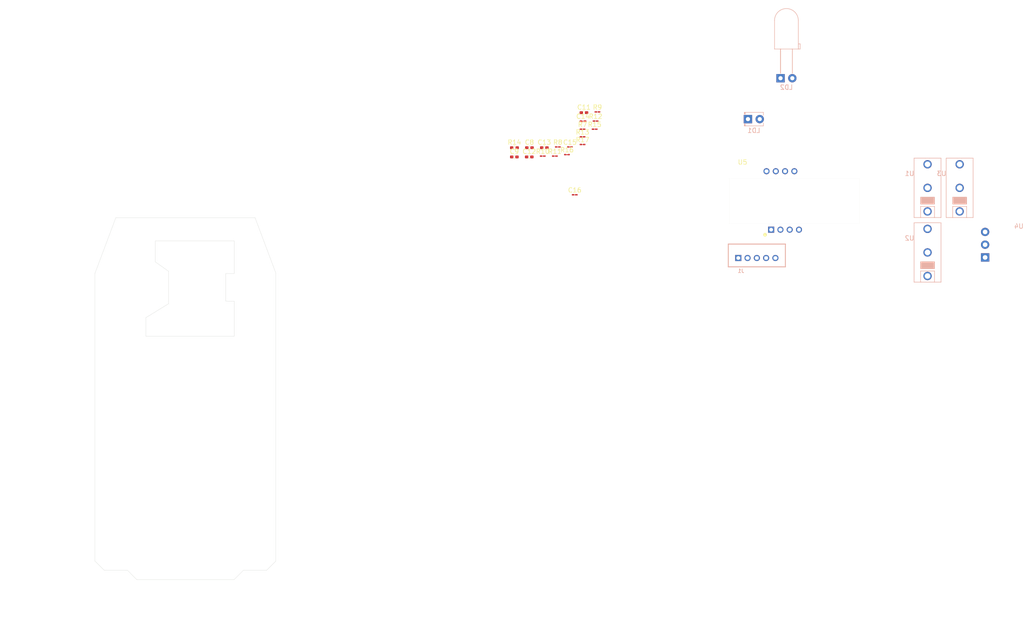
<source format=kicad_pcb>
(kicad_pcb (version 20171130) (host pcbnew "(5.1.10)-1")

  (general
    (thickness 1.6)
    (drawings 52)
    (tracks 0)
    (zones 0)
    (modules 27)
    (nets 23)
  )

  (page A4)
  (layers
    (0 F.Cu signal)
    (31 B.Cu signal)
    (32 B.Adhes user)
    (33 F.Adhes user)
    (34 B.Paste user)
    (35 F.Paste user)
    (36 B.SilkS user)
    (37 F.SilkS user)
    (38 B.Mask user)
    (39 F.Mask user)
    (40 Dwgs.User user)
    (41 Cmts.User user)
    (42 Eco1.User user)
    (43 Eco2.User user)
    (44 Edge.Cuts user)
    (45 Margin user)
    (46 B.CrtYd user)
    (47 F.CrtYd user)
    (48 B.Fab user)
    (49 F.Fab user)
  )

  (setup
    (last_trace_width 0.25)
    (trace_clearance 0.2)
    (zone_clearance 0.508)
    (zone_45_only no)
    (trace_min 0.2)
    (via_size 0.8)
    (via_drill 0.4)
    (via_min_size 0.4)
    (via_min_drill 0.3)
    (uvia_size 0.3)
    (uvia_drill 0.1)
    (uvias_allowed no)
    (uvia_min_size 0.2)
    (uvia_min_drill 0.1)
    (edge_width 0.05)
    (segment_width 0.2)
    (pcb_text_width 0.3)
    (pcb_text_size 1.5 1.5)
    (mod_edge_width 0.12)
    (mod_text_size 1 1)
    (mod_text_width 0.15)
    (pad_size 1.524 1.524)
    (pad_drill 0.762)
    (pad_to_mask_clearance 0)
    (aux_axis_origin 0 0)
    (visible_elements 7FFFFFFF)
    (pcbplotparams
      (layerselection 0x010fc_ffffffff)
      (usegerberextensions false)
      (usegerberattributes true)
      (usegerberadvancedattributes true)
      (creategerberjobfile true)
      (excludeedgelayer true)
      (linewidth 0.100000)
      (plotframeref false)
      (viasonmask false)
      (mode 1)
      (useauxorigin false)
      (hpglpennumber 1)
      (hpglpenspeed 20)
      (hpglpendiameter 15.000000)
      (psnegative false)
      (psa4output false)
      (plotreference true)
      (plotvalue true)
      (plotinvisibletext false)
      (padsonsilk false)
      (subtractmaskfromsilk false)
      (outputformat 1)
      (mirror false)
      (drillshape 1)
      (scaleselection 1)
      (outputdirectory ""))
  )

  (net 0 "")
  (net 1 GNDREF)
  (net 2 Pin_8)
  (net 3 D+)
  (net 4 Pin_5)
  (net 5 "Net-(C12-Pad2)")
  (net 6 Pin_2)
  (net 7 "Net-(C14-Pad2)")
  (net 8 "Net-(LD1-Pad1)")
  (net 9 Pin_1)
  (net 10 "Net-(LD2-Pad1)")
  (net 11 "Net-(J1-Pad5)")
  (net 12 D-)
  (net 13 "Net-(J1-Pad4)")
  (net 14 "Net-(R9-Pad2)")
  (net 15 "Net-(R10-Pad1)")
  (net 16 "Net-(R11-Pad2)")
  (net 17 Pin_3)
  (net 18 VCC)
  (net 19 "Net-(U1-Pad3)")
  (net 20 "Net-(U2-Pad3)")
  (net 21 "Net-(U3-Pad3)")
  (net 22 Pin_4)

  (net_class Default "This is the default net class."
    (clearance 0.2)
    (trace_width 0.25)
    (via_dia 0.8)
    (via_drill 0.4)
    (uvia_dia 0.3)
    (uvia_drill 0.1)
    (add_net D+)
    (add_net D-)
    (add_net GNDREF)
    (add_net "Net-(C12-Pad2)")
    (add_net "Net-(C14-Pad2)")
    (add_net "Net-(J1-Pad4)")
    (add_net "Net-(J1-Pad5)")
    (add_net "Net-(LD1-Pad1)")
    (add_net "Net-(LD2-Pad1)")
    (add_net "Net-(R10-Pad1)")
    (add_net "Net-(R11-Pad2)")
    (add_net "Net-(R9-Pad2)")
    (add_net "Net-(U1-Pad3)")
    (add_net "Net-(U2-Pad3)")
    (add_net "Net-(U3-Pad3)")
    (add_net Pin_1)
    (add_net Pin_2)
    (add_net Pin_3)
    (add_net Pin_4)
    (add_net Pin_5)
    (add_net Pin_8)
    (add_net VCC)
  )

  (module Mouse:Sensor (layer F.Cu) (tedit 62FFDFF3) (tstamp 62FFE4C3)
    (at 222.8886 77.445099)
    (path /62F7519C)
    (fp_text reference U5 (at -6.162605 -14.550665) (layer F.SilkS)
      (effects (font (size 1.001992 1.001992) (thickness 0.15)))
    )
    (fp_text value Optical_Sensor (at -3.603005 2.256925) (layer F.Fab)
      (effects (font (size 1.001409 1.001409) (thickness 0.15)))
    )
    (fp_line (start -2.45 -1.75) (end 7.45 -1.75) (layer F.Fab) (width 0.127))
    (fp_line (start 7.45 -1.75) (end 7.45 -10.85) (layer F.Fab) (width 0.127))
    (fp_line (start 7.45 -10.85) (end -2.45 -10.85) (layer F.Fab) (width 0.127))
    (fp_line (start -2.45 -10.85) (end -2.45 -1.75) (layer F.Fab) (width 0.127))
    (fp_line (start 18.94 -1.25) (end -9.06 -1.25) (layer F.Fab) (width 0.127))
    (fp_line (start 18.94 -11.1) (end -9.06 -11.1) (layer F.Fab) (width 0.127))
    (fp_line (start -9.06 -11.1) (end -9.06 -1.25) (layer F.Fab) (width 0.127))
    (fp_line (start 18.94 -11.1) (end 18.94 -1.25) (layer F.Fab) (width 0.127))
    (fp_circle (center -1.3128 1.092) (end -1.1128 1.092) (layer F.SilkS) (width 0.4))
    (fp_circle (center 3 -6.3) (end 5.8 -6.3) (layer F.Fab) (width 0.127))
    (fp_circle (center 29.15 -4.91) (end 29.5564 -4.91) (layer F.Fab) (width 0.2032))
    (fp_circle (center 29.15 -7.45) (end 29.5564 -7.45) (layer F.Fab) (width 0.2032))
    (fp_line (start 18.94 -11.1) (end -9.06 -11.1) (layer Edge.Cuts) (width 0.01))
    (fp_line (start -9.06 -11.1) (end -9.06 -1.25) (layer Edge.Cuts) (width 0.01))
    (fp_line (start 18.94 -11.1) (end 18.94 -1.25) (layer Edge.Cuts) (width 0.01))
    (fp_line (start 18.94 -1.25) (end -9.06 -1.25) (layer Edge.Cuts) (width 0.01))
    (fp_line (start -9.31 -13.505) (end 19.19 -13.505) (layer F.CrtYd) (width 0.05))
    (fp_line (start 19.19 -13.505) (end 19.19 0.905) (layer F.CrtYd) (width 0.05))
    (fp_line (start 19.19 0.905) (end -9.31 0.905) (layer F.CrtYd) (width 0.05))
    (fp_line (start -9.31 0.905) (end -9.31 -13.505) (layer F.CrtYd) (width 0.05))
    (fp_text user "LED Placement " (at 31.3684 -1.46988) (layer F.Fab)
      (effects (font (size 0.702333 0.702333) (thickness 0.15)))
    )
    (pad 1 thru_hole rect (at 0 0) (size 1.308 1.308) (drill 0.8) (layers *.Cu *.Mask)
      (net 9 Pin_1))
    (pad 2 thru_hole circle (at 2 0) (size 1.308 1.308) (drill 0.8) (layers *.Cu *.Mask)
      (net 6 Pin_2))
    (pad 3 thru_hole circle (at 4 0) (size 1.308 1.308) (drill 0.8) (layers *.Cu *.Mask)
      (net 17 Pin_3))
    (pad 4 thru_hole circle (at 6 0) (size 1.308 1.308) (drill 0.8) (layers *.Cu *.Mask)
      (net 22 Pin_4))
    (pad 8 thru_hole circle (at -1 -12.6) (size 1.308 1.308) (drill 0.8) (layers *.Cu *.Mask)
      (net 2 Pin_8))
    (pad 7 thru_hole circle (at 1 -12.6) (size 1.308 1.308) (drill 0.8) (layers *.Cu *.Mask)
      (net 3 D+))
    (pad 6 thru_hole circle (at 3 -12.6) (size 1.308 1.308) (drill 0.8) (layers *.Cu *.Mask)
      (net 1 GNDREF))
    (pad 5 thru_hole circle (at 5 -12.6) (size 1.308 1.308) (drill 0.8) (layers *.Cu *.Mask)
      (net 4 Pin_5))
  )

  (module Mouse:LQ1 (layer B.Cu) (tedit 62FFE22A) (tstamp 6300464D)
    (at 269.005 80.6765)
    (path /62F9C524)
    (fp_text reference U4 (at 7.26186 -3.9751) (layer B.SilkS)
      (effects (font (size 1 1) (thickness 0.15)) (justify mirror))
    )
    (fp_text value LQ1 (at 6.65988 -2.51206) (layer B.Fab)
      (effects (font (size 1 1) (thickness 0.15)) (justify mirror))
    )
    (pad 3 thru_hole circle (at 0 -2.75) (size 1.8 1.8) (drill 1) (layers *.Cu *.Mask)
      (net 1 GNDREF))
    (pad 2 thru_hole circle (at 0 0) (size 1.8 1.8) (drill 1) (layers *.Cu *.Mask)
      (net 6 Pin_2))
    (pad 1 thru_hole rect (at 0 2.75) (size 1.8 1.8) (drill 1) (layers *.Cu *.Mask)
      (net 22 Pin_4))
  )

  (module Mouse:SPDT_Switch (layer B.Cu) (tedit 62FFD8B2) (tstamp 62FFE4A0)
    (at 263.5171 68.4286)
    (path /62F77846)
    (fp_text reference U3 (at -3.885 -3.075 -180) (layer B.SilkS)
      (effects (font (size 1 1) (thickness 0.15)) (justify mirror))
    )
    (fp_text value "Right Click" (at 3.865 -1.805 -180) (layer Dwgs.User)
      (effects (font (size 1 1) (thickness 0.15)))
    )
    (fp_line (start -2.9 6.4) (end -1.5 6.4) (layer B.SilkS) (width 0.127))
    (fp_line (start -1.5 6.4) (end 1.5 6.4) (layer B.SilkS) (width 0.127))
    (fp_line (start 1.5 6.4) (end 2.9 6.4) (layer B.SilkS) (width 0.127))
    (fp_line (start 2.9 6.4) (end 2.9 -6.4) (layer B.SilkS) (width 0.127))
    (fp_line (start 2.9 -6.4) (end -2.9 -6.4) (layer B.SilkS) (width 0.127))
    (fp_line (start -2.9 -6.4) (end -2.9 6.4) (layer B.SilkS) (width 0.127))
    (fp_line (start -1.5 6.4) (end -1.5 4) (layer B.SilkS) (width 0.127))
    (fp_line (start -1.5 4) (end 1.5 4) (layer B.SilkS) (width 0.127))
    (fp_line (start 1.5 4) (end 1.5 6.4) (layer B.SilkS) (width 0.127))
    (fp_poly (pts (xy -1.5 3.5) (xy 1.5 3.5) (xy 1.5 2) (xy -1.5 2)
      (xy -1.5 3)) (layer B.SilkS) (width 0.127))
    (pad 1 thru_hole circle (at 0 5.08) (size 1.8 1.8) (drill 1.2) (layers *.Cu *.Mask)
      (net 1 GNDREF))
    (pad 2 thru_hole circle (at 0 0) (size 1.8 1.8) (drill 1.2) (layers *.Cu *.Mask)
      (net 15 "Net-(R10-Pad1)"))
    (pad 3 thru_hole circle (at 0 -5.08) (size 1.8 1.8) (drill 1.2) (layers *.Cu *.Mask)
      (net 21 "Net-(U3-Pad3)"))
  )

  (module Mouse:SPDT_Switch (layer B.Cu) (tedit 62FFD8B2) (tstamp 62FFE48F)
    (at 256.5971 82.3486)
    (path /62F76FC9)
    (fp_text reference U2 (at -3.885 -3.075 -180) (layer B.SilkS)
      (effects (font (size 1 1) (thickness 0.15)) (justify mirror))
    )
    (fp_text value "Middle click" (at 3.865 -1.805 -180) (layer Dwgs.User)
      (effects (font (size 1 1) (thickness 0.15)))
    )
    (fp_line (start -2.9 6.4) (end -1.5 6.4) (layer B.SilkS) (width 0.127))
    (fp_line (start -1.5 6.4) (end 1.5 6.4) (layer B.SilkS) (width 0.127))
    (fp_line (start 1.5 6.4) (end 2.9 6.4) (layer B.SilkS) (width 0.127))
    (fp_line (start 2.9 6.4) (end 2.9 -6.4) (layer B.SilkS) (width 0.127))
    (fp_line (start 2.9 -6.4) (end -2.9 -6.4) (layer B.SilkS) (width 0.127))
    (fp_line (start -2.9 -6.4) (end -2.9 6.4) (layer B.SilkS) (width 0.127))
    (fp_line (start -1.5 6.4) (end -1.5 4) (layer B.SilkS) (width 0.127))
    (fp_line (start -1.5 4) (end 1.5 4) (layer B.SilkS) (width 0.127))
    (fp_line (start 1.5 4) (end 1.5 6.4) (layer B.SilkS) (width 0.127))
    (fp_poly (pts (xy -1.5 3.5) (xy 1.5 3.5) (xy 1.5 2) (xy -1.5 2)
      (xy -1.5 3)) (layer B.SilkS) (width 0.127))
    (pad 1 thru_hole circle (at 0 5.08) (size 1.8 1.8) (drill 1.2) (layers *.Cu *.Mask)
      (net 16 "Net-(R11-Pad2)"))
    (pad 2 thru_hole circle (at 0 0) (size 1.8 1.8) (drill 1.2) (layers *.Cu *.Mask)
      (net 1 GNDREF))
    (pad 3 thru_hole circle (at 0 -5.08) (size 1.8 1.8) (drill 1.2) (layers *.Cu *.Mask)
      (net 20 "Net-(U2-Pad3)"))
  )

  (module Mouse:SPDT_Switch (layer B.Cu) (tedit 62FFD8B2) (tstamp 62FFE47E)
    (at 256.5971 68.4286)
    (path /62F7695E)
    (fp_text reference U1 (at -3.885 -3.075 -180) (layer B.SilkS)
      (effects (font (size 1 1) (thickness 0.15)) (justify mirror))
    )
    (fp_text value "Left click" (at 3.865 -1.805 -180) (layer Dwgs.User)
      (effects (font (size 1 1) (thickness 0.15)))
    )
    (fp_line (start -2.9 6.4) (end -1.5 6.4) (layer B.SilkS) (width 0.127))
    (fp_line (start -1.5 6.4) (end 1.5 6.4) (layer B.SilkS) (width 0.127))
    (fp_line (start 1.5 6.4) (end 2.9 6.4) (layer B.SilkS) (width 0.127))
    (fp_line (start 2.9 6.4) (end 2.9 -6.4) (layer B.SilkS) (width 0.127))
    (fp_line (start 2.9 -6.4) (end -2.9 -6.4) (layer B.SilkS) (width 0.127))
    (fp_line (start -2.9 -6.4) (end -2.9 6.4) (layer B.SilkS) (width 0.127))
    (fp_line (start -1.5 6.4) (end -1.5 4) (layer B.SilkS) (width 0.127))
    (fp_line (start -1.5 4) (end 1.5 4) (layer B.SilkS) (width 0.127))
    (fp_line (start 1.5 4) (end 1.5 6.4) (layer B.SilkS) (width 0.127))
    (fp_poly (pts (xy -1.5 3.5) (xy 1.5 3.5) (xy 1.5 2) (xy -1.5 2)
      (xy -1.5 3)) (layer B.SilkS) (width 0.127))
    (pad 1 thru_hole circle (at 0 5.08) (size 1.8 1.8) (drill 1.2) (layers *.Cu *.Mask)
      (net 14 "Net-(R9-Pad2)"))
    (pad 2 thru_hole circle (at 0 0) (size 1.8 1.8) (drill 1.2) (layers *.Cu *.Mask)
      (net 6 Pin_2))
    (pad 3 thru_hole circle (at 0 -5.08) (size 1.8 1.8) (drill 1.2) (layers *.Cu *.Mask)
      (net 19 "Net-(U1-Pad3)"))
  )

  (module Mouse:JST_Conn (layer B.Cu) (tedit 62FFD1C6) (tstamp 62FFE28B)
    (at 219.8052 83.5467)
    (descr <b>HEADER</b>)
    (path /62F88ECB)
    (fp_text reference J1 (at -3.429 2.794) (layer B.SilkS)
      (effects (font (size 0.8 0.8) (thickness 0.15)) (justify mirror))
    )
    (fp_text value Conn_01x05_Male (at -1.016 -1.397) (layer B.Fab)
      (effects (font (size 0.8 0.8) (thickness 0.15)) (justify mirror))
    )
    (fp_line (start -5.95 1.7) (end 5.95 1.7) (layer B.Fab) (width 0.0508))
    (fp_line (start 5.95 1.7) (end 5.95 -2.8) (layer B.Fab) (width 0.0508))
    (fp_line (start 5.95 -2.8) (end 4.15 -2.8) (layer B.Fab) (width 0.0508))
    (fp_line (start 4.15 -2.8) (end -4.15 -2.8) (layer B.Fab) (width 0.0508))
    (fp_line (start -4.15 -2.8) (end -5.95 -2.8) (layer B.Fab) (width 0.0508))
    (fp_line (start -5.95 -2.8) (end -5.95 1.7) (layer B.Fab) (width 0.0508))
    (fp_line (start -6.15 1.9) (end 6.15 1.9) (layer B.SilkS) (width 0.2032))
    (fp_line (start 6.15 1.9) (end 6.15 -3) (layer B.SilkS) (width 0.2032))
    (fp_line (start 6.15 -3) (end -6.15 -3) (layer B.SilkS) (width 0.2032))
    (fp_line (start -6.15 -3) (end -6.15 1.9) (layer B.SilkS) (width 0.2032))
    (fp_line (start -5.7 -2.6) (end -5.7 1.5) (layer B.Fab) (width 0.0508))
    (fp_line (start 5.7 1.5) (end -5.7 1.5) (layer B.Fab) (width 0.0508))
    (fp_line (start 5.7 -2.6) (end 5.7 1.5) (layer B.Fab) (width 0.0508))
    (fp_line (start -4.15 -2.6) (end -5.7 -2.6) (layer B.Fab) (width 0.0508))
    (fp_line (start 5.7 -2.6) (end 4.15 -2.6) (layer B.Fab) (width 0.0508))
    (fp_line (start -4.15 -2.8) (end -4.15 -2.6) (layer B.Fab) (width 0.0508))
    (fp_line (start 4.15 -2.8) (end 4.15 -2.6) (layer B.Fab) (width 0.0508))
    (fp_text user >LABEL (at -5.969 -4.445) (layer Dwgs.User)
      (effects (font (size 0.8 0.8) (thickness 0.15)))
    )
    (pad 1 thru_hole rect (at -4 0) (size 1.3208 1.3208) (drill 0.8128) (layers *.Cu *.Mask)
      (net 1 GNDREF))
    (pad 2 thru_hole circle (at -2 0) (size 1.3208 1.3208) (drill 0.8128) (layers *.Cu *.Mask)
      (net 1 GNDREF))
    (pad 3 thru_hole circle (at 0 0) (size 1.3208 1.3208) (drill 0.8128) (layers *.Cu *.Mask)
      (net 18 VCC))
    (pad 4 thru_hole circle (at 2 0) (size 1.3208 1.3208) (drill 0.8128) (layers *.Cu *.Mask)
      (net 13 "Net-(J1-Pad4)"))
    (pad 5 thru_hole circle (at 4 0) (size 1.3208 1.3208) (drill 0.8128) (layers *.Cu *.Mask)
      (net 11 "Net-(J1-Pad5)"))
  )

  (module LED_THT:LED_D5.0mm_Horizontal_O6.35mm_Z15.0mm (layer B.Cu) (tedit 5880A863) (tstamp 62F8082D)
    (at 224.9106 44.799)
    (descr "LED, diameter 5.0mm z-position of LED center 3.0mm, 2 pins, diameter 5.0mm z-position of LED center 3.0mm, 2 pins, diameter 5.0mm z-position of LED center 3.0mm, 2 pins, diameter 5.0mm z-position of LED center 9.0mm, 2 pins, diameter 5.0mm z-position of LED center 9.0mm, 2 pins, diameter 5.0mm z-position of LED center 9.0mm, 2 pins, diameter 5.0mm z-position of LED center 15.0mm, 2 pins, diameter 5.0mm z-position of LED center 15.0mm, 2 pins, diameter 5.0mm z-position of LED center 15.0mm, 2 pins")
    (tags "LED diameter 5.0mm z-position of LED center 3.0mm 2 pins diameter 5.0mm z-position of LED center 3.0mm 2 pins diameter 5.0mm z-position of LED center 3.0mm 2 pins diameter 5.0mm z-position of LED center 9.0mm 2 pins diameter 5.0mm z-position of LED center 9.0mm 2 pins diameter 5.0mm z-position of LED center 9.0mm 2 pins diameter 5.0mm z-position of LED center 15.0mm 2 pins diameter 5.0mm z-position of LED center 15.0mm 2 pins diameter 5.0mm z-position of LED center 15.0mm 2 pins")
    (path /62F8164E)
    (fp_text reference LD2 (at 1.27 1.96) (layer B.SilkS)
      (effects (font (size 1 1) (thickness 0.15)) (justify mirror))
    )
    (fp_text value "Sensor illumination" (at 1.27 -16.01) (layer B.Fab)
      (effects (font (size 1 1) (thickness 0.15)) (justify mirror))
    )
    (fp_line (start 4.5 1.25) (end -1.95 1.25) (layer B.CrtYd) (width 0.05))
    (fp_line (start 4.5 -15.3) (end 4.5 1.25) (layer B.CrtYd) (width 0.05))
    (fp_line (start -1.95 -15.3) (end 4.5 -15.3) (layer B.CrtYd) (width 0.05))
    (fp_line (start -1.95 1.25) (end -1.95 -15.3) (layer B.CrtYd) (width 0.05))
    (fp_line (start 2.54 -1.08) (end 2.54 -1.08) (layer B.SilkS) (width 0.12))
    (fp_line (start 2.54 -6.29) (end 2.54 -1.08) (layer B.SilkS) (width 0.12))
    (fp_line (start 2.54 -6.29) (end 2.54 -6.29) (layer B.SilkS) (width 0.12))
    (fp_line (start 2.54 -1.08) (end 2.54 -6.29) (layer B.SilkS) (width 0.12))
    (fp_line (start 0 -1.08) (end 0 -1.08) (layer B.SilkS) (width 0.12))
    (fp_line (start 0 -6.29) (end 0 -1.08) (layer B.SilkS) (width 0.12))
    (fp_line (start 0 -6.29) (end 0 -6.29) (layer B.SilkS) (width 0.12))
    (fp_line (start 0 -1.08) (end 0 -6.29) (layer B.SilkS) (width 0.12))
    (fp_line (start 3.83 -6.29) (end 4.23 -6.29) (layer B.SilkS) (width 0.12))
    (fp_line (start 3.83 -7.41) (end 3.83 -6.29) (layer B.SilkS) (width 0.12))
    (fp_line (start 4.23 -7.41) (end 3.83 -7.41) (layer B.SilkS) (width 0.12))
    (fp_line (start 4.23 -6.29) (end 4.23 -7.41) (layer B.SilkS) (width 0.12))
    (fp_line (start -1.29 -6.29) (end 3.83 -6.29) (layer B.SilkS) (width 0.12))
    (fp_line (start 3.83 -6.29) (end 3.83 -12.45) (layer B.SilkS) (width 0.12))
    (fp_line (start -1.29 -6.29) (end -1.29 -12.45) (layer B.SilkS) (width 0.12))
    (fp_line (start 2.54 0) (end 2.54 0) (layer B.Fab) (width 0.1))
    (fp_line (start 2.54 -6.35) (end 2.54 0) (layer B.Fab) (width 0.1))
    (fp_line (start 2.54 -6.35) (end 2.54 -6.35) (layer B.Fab) (width 0.1))
    (fp_line (start 2.54 0) (end 2.54 -6.35) (layer B.Fab) (width 0.1))
    (fp_line (start 0 0) (end 0 0) (layer B.Fab) (width 0.1))
    (fp_line (start 0 -6.35) (end 0 0) (layer B.Fab) (width 0.1))
    (fp_line (start 0 -6.35) (end 0 -6.35) (layer B.Fab) (width 0.1))
    (fp_line (start 0 0) (end 0 -6.35) (layer B.Fab) (width 0.1))
    (fp_line (start 3.77 -6.35) (end 4.17 -6.35) (layer B.Fab) (width 0.1))
    (fp_line (start 3.77 -7.35) (end 3.77 -6.35) (layer B.Fab) (width 0.1))
    (fp_line (start 4.17 -7.35) (end 3.77 -7.35) (layer B.Fab) (width 0.1))
    (fp_line (start 4.17 -6.35) (end 4.17 -7.35) (layer B.Fab) (width 0.1))
    (fp_line (start -1.23 -6.35) (end 3.77 -6.35) (layer B.Fab) (width 0.1))
    (fp_line (start 3.77 -6.35) (end 3.77 -12.45) (layer B.Fab) (width 0.1))
    (fp_line (start -1.23 -6.35) (end -1.23 -12.45) (layer B.Fab) (width 0.1))
    (fp_arc (start 1.27 -12.45) (end -1.29 -12.45) (angle 180) (layer B.SilkS) (width 0.12))
    (fp_arc (start 1.27 -12.45) (end -1.23 -12.45) (angle 180) (layer B.Fab) (width 0.1))
    (pad 2 thru_hole circle (at 2.54 0) (size 1.8 1.8) (drill 0.9) (layers *.Cu *.Mask)
      (net 9 Pin_1))
    (pad 1 thru_hole rect (at 0 0) (size 1.8 1.8) (drill 0.9) (layers *.Cu *.Mask)
      (net 10 "Net-(LD2-Pad1)"))
    (model ${KISYS3DMOD}/LED_THT.3dshapes/LED_D5.0mm_Horizontal_O6.35mm_Z15.0mm.wrl
      (at (xyz 0 0 0))
      (scale (xyz 1 1 1))
      (rotate (xyz 0 0 0))
    )
  )

  (module LED_THT:LED_D2.0mm_W4.0mm_H2.8mm_FlatTop (layer B.Cu) (tedit 5880A862) (tstamp 62F8081B)
    (at 217.8875 53.6128)
    (descr "LED, Round, FlatTop,  Rectangular size 4.0x2.8mm^2 diameter 2.0mm, 2 pins, http://www.kingbright.com/attachments/file/psearch/000/00/00/L-1034IDT(Ver.9A).pdf")
    (tags "LED Round FlatTop  Rectangular size 4.0x2.8mm^2 diameter 2.0mm 2 pins")
    (path /62F81B20)
    (fp_text reference LD1 (at 1.27 2.46) (layer B.SilkS)
      (effects (font (size 1 1) (thickness 0.15)) (justify mirror))
    )
    (fp_text value "Rotary illumintion" (at 1.27 -2.46) (layer B.Fab)
      (effects (font (size 1 1) (thickness 0.15)) (justify mirror))
    )
    (fp_line (start 3.7 1.75) (end -1.15 1.75) (layer B.CrtYd) (width 0.05))
    (fp_line (start 3.7 -1.75) (end 3.7 1.75) (layer B.CrtYd) (width 0.05))
    (fp_line (start -1.15 -1.75) (end 3.7 -1.75) (layer B.CrtYd) (width 0.05))
    (fp_line (start -1.15 1.75) (end -1.15 -1.75) (layer B.CrtYd) (width 0.05))
    (fp_line (start -0.55 -1.08) (end -0.55 -1.46) (layer B.SilkS) (width 0.12))
    (fp_line (start -0.55 1.46) (end -0.55 1.08) (layer B.SilkS) (width 0.12))
    (fp_line (start -0.67 -1.08) (end -0.67 -1.46) (layer B.SilkS) (width 0.12))
    (fp_line (start -0.67 1.46) (end -0.67 1.08) (layer B.SilkS) (width 0.12))
    (fp_line (start 3.33 -0.825) (end 3.33 -1.46) (layer B.SilkS) (width 0.12))
    (fp_line (start 3.33 1.46) (end 3.33 0.825) (layer B.SilkS) (width 0.12))
    (fp_line (start -0.79 -1.08) (end -0.79 -1.46) (layer B.SilkS) (width 0.12))
    (fp_line (start -0.79 1.46) (end -0.79 1.08) (layer B.SilkS) (width 0.12))
    (fp_line (start -0.79 -1.46) (end 3.33 -1.46) (layer B.SilkS) (width 0.12))
    (fp_line (start -0.79 1.46) (end 3.33 1.46) (layer B.SilkS) (width 0.12))
    (fp_line (start 3.27 1.4) (end -0.73 1.4) (layer B.Fab) (width 0.1))
    (fp_line (start 3.27 -1.4) (end 3.27 1.4) (layer B.Fab) (width 0.1))
    (fp_line (start -0.73 -1.4) (end 3.27 -1.4) (layer B.Fab) (width 0.1))
    (fp_line (start -0.73 1.4) (end -0.73 -1.4) (layer B.Fab) (width 0.1))
    (fp_circle (center 1.27 0) (end 2.27 0) (layer B.Fab) (width 0.1))
    (pad 2 thru_hole circle (at 2.54 0) (size 1.8 1.8) (drill 0.9) (layers *.Cu *.Mask)
      (net 6 Pin_2))
    (pad 1 thru_hole rect (at 0 0) (size 1.8 1.8) (drill 0.9) (layers *.Cu *.Mask)
      (net 8 "Net-(LD1-Pad1)"))
    (model ${KISYS3DMOD}/LED_THT.3dshapes/LED_D2.0mm_W4.0mm_H2.8mm_FlatTop.wrl
      (at (xyz 0 0 0))
      (scale (xyz 1 1 1))
      (rotate (xyz 0 0 0))
    )
  )

  (module Capacitor_SMD:C_01005_0402Metric_Pad0.57x0.30mm_HandSolder (layer F.Cu) (tedit 5F6BBCCE) (tstamp 62F87134)
    (at 180.55712 69.92468)
    (descr "Capacitor SMD 01005 (0402 Metric), square (rectangular) end terminal, IPC_7351 nominal with elongated pad for handsoldering. (Body size source: http://www.vishay.com/docs/20056/crcw01005e3.pdf), generated with kicad-footprint-generator")
    (tags "capacitor handsolder")
    (path /62FADAD6)
    (attr smd)
    (fp_text reference C16 (at 0 -1) (layer F.SilkS)
      (effects (font (size 1 1) (thickness 0.15)))
    )
    (fp_text value "C NC" (at 0 1) (layer F.Fab)
      (effects (font (size 1 1) (thickness 0.15)))
    )
    (fp_line (start 0.78 0.3) (end -0.78 0.3) (layer F.CrtYd) (width 0.05))
    (fp_line (start 0.78 -0.3) (end 0.78 0.3) (layer F.CrtYd) (width 0.05))
    (fp_line (start -0.78 -0.3) (end 0.78 -0.3) (layer F.CrtYd) (width 0.05))
    (fp_line (start -0.78 0.3) (end -0.78 -0.3) (layer F.CrtYd) (width 0.05))
    (fp_line (start 0.2 0.1) (end -0.2 0.1) (layer F.Fab) (width 0.1))
    (fp_line (start 0.2 -0.1) (end 0.2 0.1) (layer F.Fab) (width 0.1))
    (fp_line (start -0.2 -0.1) (end 0.2 -0.1) (layer F.Fab) (width 0.1))
    (fp_line (start -0.2 0.1) (end -0.2 -0.1) (layer F.Fab) (width 0.1))
    (fp_text user %R (at 0 -0.62) (layer F.Fab)
      (effects (font (size 0.25 0.25) (thickness 0.04)))
    )
    (pad 2 smd roundrect (at 0.3375 0) (size 0.575 0.3) (layers F.Cu F.Mask) (roundrect_rratio 0.25)
      (net 1 GNDREF))
    (pad 1 smd roundrect (at -0.3375 0) (size 0.575 0.3) (layers F.Cu F.Mask) (roundrect_rratio 0.25)
      (net 6 Pin_2))
    (pad "" smd roundrect (at 0.3625 0) (size 0.41 0.27) (layers F.Paste) (roundrect_rratio 0.25))
    (pad "" smd roundrect (at -0.3625 0) (size 0.41 0.27) (layers F.Paste) (roundrect_rratio 0.25))
    (model ${KISYS3DMOD}/Capacitor_SMD.3dshapes/C_01005_0402Metric.wrl
      (at (xyz 0 0 0))
      (scale (xyz 1 1 1))
      (rotate (xyz 0 0 0))
    )
  )

  (module Resistor_SMD:R_01005_0402Metric_Pad0.57x0.30mm_HandSolder (layer F.Cu) (tedit 5F6BBCCE) (tstamp 62F808E8)
    (at 182.239721 59.083281)
    (descr "Resistor SMD 01005 (0402 Metric), square (rectangular) end terminal, IPC_7351 nominal with elongated pad for handsoldering. (Body size source: http://www.vishay.com/docs/20056/crcw01005e3.pdf), generated with kicad-footprint-generator")
    (tags "resistor handsolder")
    (path /62F97895)
    (attr smd)
    (fp_text reference R17 (at 0 -1) (layer F.SilkS)
      (effects (font (size 1 1) (thickness 0.15)))
    )
    (fp_text value R (at 0 1) (layer F.Fab)
      (effects (font (size 1 1) (thickness 0.15)))
    )
    (fp_line (start 0.78 0.3) (end -0.78 0.3) (layer F.CrtYd) (width 0.05))
    (fp_line (start 0.78 -0.3) (end 0.78 0.3) (layer F.CrtYd) (width 0.05))
    (fp_line (start -0.78 -0.3) (end 0.78 -0.3) (layer F.CrtYd) (width 0.05))
    (fp_line (start -0.78 0.3) (end -0.78 -0.3) (layer F.CrtYd) (width 0.05))
    (fp_line (start 0.2 0.1) (end -0.2 0.1) (layer F.Fab) (width 0.1))
    (fp_line (start 0.2 -0.1) (end 0.2 0.1) (layer F.Fab) (width 0.1))
    (fp_line (start -0.2 -0.1) (end 0.2 -0.1) (layer F.Fab) (width 0.1))
    (fp_line (start -0.2 0.1) (end -0.2 -0.1) (layer F.Fab) (width 0.1))
    (fp_text user %R (at 0 -0.62) (layer F.Fab)
      (effects (font (size 0.25 0.25) (thickness 0.04)))
    )
    (pad 2 smd roundrect (at 0.3375 0) (size 0.575 0.3) (layers F.Cu F.Mask) (roundrect_rratio 0.25)
      (net 6 Pin_2))
    (pad 1 smd roundrect (at -0.3375 0) (size 0.575 0.3) (layers F.Cu F.Mask) (roundrect_rratio 0.25)
      (net 5 "Net-(C12-Pad2)"))
    (pad "" smd roundrect (at 0.3625 0) (size 0.41 0.27) (layers F.Paste) (roundrect_rratio 0.25))
    (pad "" smd roundrect (at -0.3625 0) (size 0.41 0.27) (layers F.Paste) (roundrect_rratio 0.25))
    (model ${KISYS3DMOD}/Resistor_SMD.3dshapes/R_01005_0402Metric.wrl
      (at (xyz 0 0 0))
      (scale (xyz 1 1 1))
      (rotate (xyz 0 0 0))
    )
  )

  (module Resistor_SMD:R_01005_0402Metric_Pad0.57x0.30mm_HandSolder (layer F.Cu) (tedit 5F6BBCCE) (tstamp 62F808D7)
    (at 178.879721 61.263281)
    (descr "Resistor SMD 01005 (0402 Metric), square (rectangular) end terminal, IPC_7351 nominal with elongated pad for handsoldering. (Body size source: http://www.vishay.com/docs/20056/crcw01005e3.pdf), generated with kicad-footprint-generator")
    (tags "resistor handsolder")
    (path /62F9F594)
    (attr smd)
    (fp_text reference R16 (at 0 -1) (layer F.SilkS)
      (effects (font (size 1 1) (thickness 0.15)))
    )
    (fp_text value "R 000" (at 0 1) (layer F.Fab)
      (effects (font (size 1 1) (thickness 0.15)))
    )
    (fp_line (start 0.78 0.3) (end -0.78 0.3) (layer F.CrtYd) (width 0.05))
    (fp_line (start 0.78 -0.3) (end 0.78 0.3) (layer F.CrtYd) (width 0.05))
    (fp_line (start -0.78 -0.3) (end 0.78 -0.3) (layer F.CrtYd) (width 0.05))
    (fp_line (start -0.78 0.3) (end -0.78 -0.3) (layer F.CrtYd) (width 0.05))
    (fp_line (start 0.2 0.1) (end -0.2 0.1) (layer F.Fab) (width 0.1))
    (fp_line (start 0.2 -0.1) (end 0.2 0.1) (layer F.Fab) (width 0.1))
    (fp_line (start -0.2 -0.1) (end 0.2 -0.1) (layer F.Fab) (width 0.1))
    (fp_line (start -0.2 0.1) (end -0.2 -0.1) (layer F.Fab) (width 0.1))
    (fp_text user %R (at 0 -0.62) (layer F.Fab)
      (effects (font (size 0.25 0.25) (thickness 0.04)))
    )
    (pad 2 smd roundrect (at 0.3375 0) (size 0.575 0.3) (layers F.Cu F.Mask) (roundrect_rratio 0.25)
      (net 7 "Net-(C14-Pad2)"))
    (pad 1 smd roundrect (at -0.3375 0) (size 0.575 0.3) (layers F.Cu F.Mask) (roundrect_rratio 0.25)
      (net 6 Pin_2))
    (pad "" smd roundrect (at 0.3625 0) (size 0.41 0.27) (layers F.Paste) (roundrect_rratio 0.25))
    (pad "" smd roundrect (at -0.3625 0) (size 0.41 0.27) (layers F.Paste) (roundrect_rratio 0.25))
    (model ${KISYS3DMOD}/Resistor_SMD.3dshapes/R_01005_0402Metric.wrl
      (at (xyz 0 0 0))
      (scale (xyz 1 1 1))
      (rotate (xyz 0 0 0))
    )
  )

  (module Resistor_SMD:R_01005_0402Metric_Pad0.57x0.30mm_HandSolder (layer F.Cu) (tedit 5F6BBCCE) (tstamp 62F808C6)
    (at 184.849721 55.783281)
    (descr "Resistor SMD 01005 (0402 Metric), square (rectangular) end terminal, IPC_7351 nominal with elongated pad for handsoldering. (Body size source: http://www.vishay.com/docs/20056/crcw01005e3.pdf), generated with kicad-footprint-generator")
    (tags "resistor handsolder")
    (path /62F9F9E0)
    (attr smd)
    (fp_text reference R15 (at 0 -1) (layer F.SilkS)
      (effects (font (size 1 1) (thickness 0.15)))
    )
    (fp_text value "R 1R0" (at 0 1) (layer F.Fab)
      (effects (font (size 1 1) (thickness 0.15)))
    )
    (fp_line (start 0.78 0.3) (end -0.78 0.3) (layer F.CrtYd) (width 0.05))
    (fp_line (start 0.78 -0.3) (end 0.78 0.3) (layer F.CrtYd) (width 0.05))
    (fp_line (start -0.78 -0.3) (end 0.78 -0.3) (layer F.CrtYd) (width 0.05))
    (fp_line (start -0.78 0.3) (end -0.78 -0.3) (layer F.CrtYd) (width 0.05))
    (fp_line (start 0.2 0.1) (end -0.2 0.1) (layer F.Fab) (width 0.1))
    (fp_line (start 0.2 -0.1) (end 0.2 0.1) (layer F.Fab) (width 0.1))
    (fp_line (start -0.2 -0.1) (end 0.2 -0.1) (layer F.Fab) (width 0.1))
    (fp_line (start -0.2 0.1) (end -0.2 -0.1) (layer F.Fab) (width 0.1))
    (fp_text user %R (at 0 -0.62) (layer F.Fab)
      (effects (font (size 0.25 0.25) (thickness 0.04)))
    )
    (pad 2 smd roundrect (at 0.3375 0) (size 0.575 0.3) (layers F.Cu F.Mask) (roundrect_rratio 0.25)
      (net 18 VCC))
    (pad 1 smd roundrect (at -0.3375 0) (size 0.575 0.3) (layers F.Cu F.Mask) (roundrect_rratio 0.25)
      (net 7 "Net-(C14-Pad2)"))
    (pad "" smd roundrect (at 0.3625 0) (size 0.41 0.27) (layers F.Paste) (roundrect_rratio 0.25))
    (pad "" smd roundrect (at -0.3625 0) (size 0.41 0.27) (layers F.Paste) (roundrect_rratio 0.25))
    (model ${KISYS3DMOD}/Resistor_SMD.3dshapes/R_01005_0402Metric.wrl
      (at (xyz 0 0 0))
      (scale (xyz 1 1 1))
      (rotate (xyz 0 0 0))
    )
  )

  (module Resistor_SMD:R_0402_1005Metric_Pad0.72x0.64mm_HandSolder (layer F.Cu) (tedit 5F6BB9E0) (tstamp 62F808B5)
    (at 167.559721 59.783281)
    (descr "Resistor SMD 0402 (1005 Metric), square (rectangular) end terminal, IPC_7351 nominal with elongated pad for handsoldering. (Body size source: IPC-SM-782 page 72, https://www.pcb-3d.com/wordpress/wp-content/uploads/ipc-sm-782a_amendment_1_and_2.pdf), generated with kicad-footprint-generator")
    (tags "resistor handsolder")
    (path /62FDEBB7)
    (attr smd)
    (fp_text reference R14 (at 0 -1.17) (layer F.SilkS)
      (effects (font (size 1 1) (thickness 0.15)))
    )
    (fp_text value "R 1500ohm ± 5%" (at 0 1.17) (layer F.Fab)
      (effects (font (size 1 1) (thickness 0.15)))
    )
    (fp_line (start 1.1 0.47) (end -1.1 0.47) (layer F.CrtYd) (width 0.05))
    (fp_line (start 1.1 -0.47) (end 1.1 0.47) (layer F.CrtYd) (width 0.05))
    (fp_line (start -1.1 -0.47) (end 1.1 -0.47) (layer F.CrtYd) (width 0.05))
    (fp_line (start -1.1 0.47) (end -1.1 -0.47) (layer F.CrtYd) (width 0.05))
    (fp_line (start -0.167621 0.38) (end 0.167621 0.38) (layer F.SilkS) (width 0.12))
    (fp_line (start -0.167621 -0.38) (end 0.167621 -0.38) (layer F.SilkS) (width 0.12))
    (fp_line (start 0.525 0.27) (end -0.525 0.27) (layer F.Fab) (width 0.1))
    (fp_line (start 0.525 -0.27) (end 0.525 0.27) (layer F.Fab) (width 0.1))
    (fp_line (start -0.525 -0.27) (end 0.525 -0.27) (layer F.Fab) (width 0.1))
    (fp_line (start -0.525 0.27) (end -0.525 -0.27) (layer F.Fab) (width 0.1))
    (fp_text user %R (at 0 0) (layer F.Fab)
      (effects (font (size 0.26 0.26) (thickness 0.04)))
    )
    (pad 2 smd roundrect (at 0.5975 0) (size 0.715 0.64) (layers F.Cu F.Paste F.Mask) (roundrect_rratio 0.25)
      (net 17 Pin_3))
    (pad 1 smd roundrect (at -0.5975 0) (size 0.715 0.64) (layers F.Cu F.Paste F.Mask) (roundrect_rratio 0.25)
      (net 8 "Net-(LD1-Pad1)"))
    (model ${KISYS3DMOD}/Resistor_SMD.3dshapes/R_0402_1005Metric.wrl
      (at (xyz 0 0 0))
      (scale (xyz 1 1 1))
      (rotate (xyz 0 0 0))
    )
  )

  (module Resistor_SMD:R_01005_0402Metric_Pad0.57x0.30mm_HandSolder (layer F.Cu) (tedit 5F6BBCCE) (tstamp 62F808A4)
    (at 182.239721 57.433281)
    (descr "Resistor SMD 01005 (0402 Metric), square (rectangular) end terminal, IPC_7351 nominal with elongated pad for handsoldering. (Body size source: http://www.vishay.com/docs/20056/crcw01005e3.pdf), generated with kicad-footprint-generator")
    (tags "resistor handsolder")
    (path /62F9FE60)
    (attr smd)
    (fp_text reference R13 (at 0 -1) (layer F.SilkS)
      (effects (font (size 1 1) (thickness 0.15)))
    )
    (fp_text value "R 105" (at 0 1) (layer F.Fab)
      (effects (font (size 1 1) (thickness 0.15)))
    )
    (fp_line (start 0.78 0.3) (end -0.78 0.3) (layer F.CrtYd) (width 0.05))
    (fp_line (start 0.78 -0.3) (end 0.78 0.3) (layer F.CrtYd) (width 0.05))
    (fp_line (start -0.78 -0.3) (end 0.78 -0.3) (layer F.CrtYd) (width 0.05))
    (fp_line (start -0.78 0.3) (end -0.78 -0.3) (layer F.CrtYd) (width 0.05))
    (fp_line (start 0.2 0.1) (end -0.2 0.1) (layer F.Fab) (width 0.1))
    (fp_line (start 0.2 -0.1) (end 0.2 0.1) (layer F.Fab) (width 0.1))
    (fp_line (start -0.2 -0.1) (end 0.2 -0.1) (layer F.Fab) (width 0.1))
    (fp_line (start -0.2 0.1) (end -0.2 -0.1) (layer F.Fab) (width 0.1))
    (fp_text user %R (at 0 -0.62) (layer F.Fab)
      (effects (font (size 0.25 0.25) (thickness 0.04)))
    )
    (pad 2 smd roundrect (at 0.3375 0) (size 0.575 0.3) (layers F.Cu F.Mask) (roundrect_rratio 0.25)
      (net 6 Pin_2))
    (pad 1 smd roundrect (at -0.3375 0) (size 0.575 0.3) (layers F.Cu F.Mask) (roundrect_rratio 0.25)
      (net 4 Pin_5))
    (pad "" smd roundrect (at 0.3625 0) (size 0.41 0.27) (layers F.Paste) (roundrect_rratio 0.25))
    (pad "" smd roundrect (at -0.3625 0) (size 0.41 0.27) (layers F.Paste) (roundrect_rratio 0.25))
    (model ${KISYS3DMOD}/Resistor_SMD.3dshapes/R_01005_0402Metric.wrl
      (at (xyz 0 0 0))
      (scale (xyz 1 1 1))
      (rotate (xyz 0 0 0))
    )
  )

  (module Resistor_SMD:R_01005_0402Metric_Pad0.57x0.30mm_HandSolder (layer F.Cu) (tedit 5F6BBCCE) (tstamp 62F80893)
    (at 185.049721 54.033281)
    (descr "Resistor SMD 01005 (0402 Metric), square (rectangular) end terminal, IPC_7351 nominal with elongated pad for handsoldering. (Body size source: http://www.vishay.com/docs/20056/crcw01005e3.pdf), generated with kicad-footprint-generator")
    (tags "resistor handsolder")
    (path /62F83C24)
    (attr smd)
    (fp_text reference R12 (at 0 -1) (layer F.SilkS)
      (effects (font (size 1 1) (thickness 0.15)))
    )
    (fp_text value "330 LD2 resistor" (at 0 1) (layer F.Fab)
      (effects (font (size 1 1) (thickness 0.15)))
    )
    (fp_line (start 0.78 0.3) (end -0.78 0.3) (layer F.CrtYd) (width 0.05))
    (fp_line (start 0.78 -0.3) (end 0.78 0.3) (layer F.CrtYd) (width 0.05))
    (fp_line (start -0.78 -0.3) (end 0.78 -0.3) (layer F.CrtYd) (width 0.05))
    (fp_line (start -0.78 0.3) (end -0.78 -0.3) (layer F.CrtYd) (width 0.05))
    (fp_line (start 0.2 0.1) (end -0.2 0.1) (layer F.Fab) (width 0.1))
    (fp_line (start 0.2 -0.1) (end 0.2 0.1) (layer F.Fab) (width 0.1))
    (fp_line (start -0.2 -0.1) (end 0.2 -0.1) (layer F.Fab) (width 0.1))
    (fp_line (start -0.2 0.1) (end -0.2 -0.1) (layer F.Fab) (width 0.1))
    (fp_text user %R (at 0 -0.62) (layer F.Fab)
      (effects (font (size 0.25 0.25) (thickness 0.04)))
    )
    (pad 2 smd roundrect (at 0.3375 0) (size 0.575 0.3) (layers F.Cu F.Mask) (roundrect_rratio 0.25)
      (net 10 "Net-(LD2-Pad1)"))
    (pad 1 smd roundrect (at -0.3375 0) (size 0.575 0.3) (layers F.Cu F.Mask) (roundrect_rratio 0.25)
      (net 4 Pin_5))
    (pad "" smd roundrect (at 0.3625 0) (size 0.41 0.27) (layers F.Paste) (roundrect_rratio 0.25))
    (pad "" smd roundrect (at -0.3625 0) (size 0.41 0.27) (layers F.Paste) (roundrect_rratio 0.25))
    (model ${KISYS3DMOD}/Resistor_SMD.3dshapes/R_01005_0402Metric.wrl
      (at (xyz 0 0 0))
      (scale (xyz 1 1 1))
      (rotate (xyz 0 0 0))
    )
  )

  (module Resistor_SMD:R_01005_0402Metric_Pad0.57x0.30mm_HandSolder (layer F.Cu) (tedit 5F6BBCCE) (tstamp 62F80882)
    (at 176.269721 61.583281)
    (descr "Resistor SMD 01005 (0402 Metric), square (rectangular) end terminal, IPC_7351 nominal with elongated pad for handsoldering. (Body size source: http://www.vishay.com/docs/20056/crcw01005e3.pdf), generated with kicad-footprint-generator")
    (tags "resistor handsolder")
    (path /62F8570A)
    (attr smd)
    (fp_text reference R11 (at 0 -1) (layer F.SilkS)
      (effects (font (size 1 1) (thickness 0.15)))
    )
    (fp_text value 330_M_click (at 0 1) (layer F.Fab)
      (effects (font (size 1 1) (thickness 0.15)))
    )
    (fp_line (start 0.78 0.3) (end -0.78 0.3) (layer F.CrtYd) (width 0.05))
    (fp_line (start 0.78 -0.3) (end 0.78 0.3) (layer F.CrtYd) (width 0.05))
    (fp_line (start -0.78 -0.3) (end 0.78 -0.3) (layer F.CrtYd) (width 0.05))
    (fp_line (start -0.78 0.3) (end -0.78 -0.3) (layer F.CrtYd) (width 0.05))
    (fp_line (start 0.2 0.1) (end -0.2 0.1) (layer F.Fab) (width 0.1))
    (fp_line (start 0.2 -0.1) (end 0.2 0.1) (layer F.Fab) (width 0.1))
    (fp_line (start -0.2 -0.1) (end 0.2 -0.1) (layer F.Fab) (width 0.1))
    (fp_line (start -0.2 0.1) (end -0.2 -0.1) (layer F.Fab) (width 0.1))
    (fp_text user %R (at 0 -0.62) (layer F.Fab)
      (effects (font (size 0.25 0.25) (thickness 0.04)))
    )
    (pad 2 smd roundrect (at 0.3375 0) (size 0.575 0.3) (layers F.Cu F.Mask) (roundrect_rratio 0.25)
      (net 16 "Net-(R11-Pad2)"))
    (pad 1 smd roundrect (at -0.3375 0) (size 0.575 0.3) (layers F.Cu F.Mask) (roundrect_rratio 0.25)
      (net 9 Pin_1))
    (pad "" smd roundrect (at 0.3625 0) (size 0.41 0.27) (layers F.Paste) (roundrect_rratio 0.25))
    (pad "" smd roundrect (at -0.3625 0) (size 0.41 0.27) (layers F.Paste) (roundrect_rratio 0.25))
    (model ${KISYS3DMOD}/Resistor_SMD.3dshapes/R_01005_0402Metric.wrl
      (at (xyz 0 0 0))
      (scale (xyz 1 1 1))
      (rotate (xyz 0 0 0))
    )
  )

  (module Resistor_SMD:R_01005_0402Metric_Pad0.57x0.30mm_HandSolder (layer F.Cu) (tedit 5F6BBCCE) (tstamp 62F80871)
    (at 173.659721 61.583281)
    (descr "Resistor SMD 01005 (0402 Metric), square (rectangular) end terminal, IPC_7351 nominal with elongated pad for handsoldering. (Body size source: http://www.vishay.com/docs/20056/crcw01005e3.pdf), generated with kicad-footprint-generator")
    (tags "resistor handsolder")
    (path /62FB531F)
    (attr smd)
    (fp_text reference R10 (at 0 -1) (layer F.SilkS)
      (effects (font (size 1 1) (thickness 0.15)))
    )
    (fp_text value "R 303" (at 0 1) (layer F.Fab)
      (effects (font (size 1 1) (thickness 0.15)))
    )
    (fp_line (start 0.78 0.3) (end -0.78 0.3) (layer F.CrtYd) (width 0.05))
    (fp_line (start 0.78 -0.3) (end 0.78 0.3) (layer F.CrtYd) (width 0.05))
    (fp_line (start -0.78 -0.3) (end 0.78 -0.3) (layer F.CrtYd) (width 0.05))
    (fp_line (start -0.78 0.3) (end -0.78 -0.3) (layer F.CrtYd) (width 0.05))
    (fp_line (start 0.2 0.1) (end -0.2 0.1) (layer F.Fab) (width 0.1))
    (fp_line (start 0.2 -0.1) (end 0.2 0.1) (layer F.Fab) (width 0.1))
    (fp_line (start -0.2 -0.1) (end 0.2 -0.1) (layer F.Fab) (width 0.1))
    (fp_line (start -0.2 0.1) (end -0.2 -0.1) (layer F.Fab) (width 0.1))
    (fp_text user %R (at 0 -0.62) (layer F.Fab)
      (effects (font (size 0.25 0.25) (thickness 0.04)))
    )
    (pad 2 smd roundrect (at 0.3375 0) (size 0.575 0.3) (layers F.Cu F.Mask) (roundrect_rratio 0.25)
      (net 4 Pin_5))
    (pad 1 smd roundrect (at -0.3375 0) (size 0.575 0.3) (layers F.Cu F.Mask) (roundrect_rratio 0.25)
      (net 15 "Net-(R10-Pad1)"))
    (pad "" smd roundrect (at 0.3625 0) (size 0.41 0.27) (layers F.Paste) (roundrect_rratio 0.25))
    (pad "" smd roundrect (at -0.3625 0) (size 0.41 0.27) (layers F.Paste) (roundrect_rratio 0.25))
    (model ${KISYS3DMOD}/Resistor_SMD.3dshapes/R_01005_0402Metric.wrl
      (at (xyz 0 0 0))
      (scale (xyz 1 1 1))
      (rotate (xyz 0 0 0))
    )
  )

  (module Resistor_SMD:R_01005_0402Metric_Pad0.57x0.30mm_HandSolder (layer F.Cu) (tedit 5F6BBCCE) (tstamp 62F80860)
    (at 185.449721 52.063281)
    (descr "Resistor SMD 01005 (0402 Metric), square (rectangular) end terminal, IPC_7351 nominal with elongated pad for handsoldering. (Body size source: http://www.vishay.com/docs/20056/crcw01005e3.pdf), generated with kicad-footprint-generator")
    (tags "resistor handsolder")
    (path /62FB4CF2)
    (attr smd)
    (fp_text reference R9 (at 0 -1) (layer F.SilkS)
      (effects (font (size 1 1) (thickness 0.15)))
    )
    (fp_text value "R 303" (at 0 1) (layer F.Fab)
      (effects (font (size 1 1) (thickness 0.15)))
    )
    (fp_line (start 0.78 0.3) (end -0.78 0.3) (layer F.CrtYd) (width 0.05))
    (fp_line (start 0.78 -0.3) (end 0.78 0.3) (layer F.CrtYd) (width 0.05))
    (fp_line (start -0.78 -0.3) (end 0.78 -0.3) (layer F.CrtYd) (width 0.05))
    (fp_line (start -0.78 0.3) (end -0.78 -0.3) (layer F.CrtYd) (width 0.05))
    (fp_line (start 0.2 0.1) (end -0.2 0.1) (layer F.Fab) (width 0.1))
    (fp_line (start 0.2 -0.1) (end 0.2 0.1) (layer F.Fab) (width 0.1))
    (fp_line (start -0.2 -0.1) (end 0.2 -0.1) (layer F.Fab) (width 0.1))
    (fp_line (start -0.2 0.1) (end -0.2 -0.1) (layer F.Fab) (width 0.1))
    (fp_text user %R (at 0 -0.62) (layer F.Fab)
      (effects (font (size 0.25 0.25) (thickness 0.04)))
    )
    (pad 2 smd roundrect (at 0.3375 0) (size 0.575 0.3) (layers F.Cu F.Mask) (roundrect_rratio 0.25)
      (net 14 "Net-(R9-Pad2)"))
    (pad 1 smd roundrect (at -0.3375 0) (size 0.575 0.3) (layers F.Cu F.Mask) (roundrect_rratio 0.25)
      (net 4 Pin_5))
    (pad "" smd roundrect (at 0.3625 0) (size 0.41 0.27) (layers F.Paste) (roundrect_rratio 0.25))
    (pad "" smd roundrect (at -0.3625 0) (size 0.41 0.27) (layers F.Paste) (roundrect_rratio 0.25))
    (model ${KISYS3DMOD}/Resistor_SMD.3dshapes/R_01005_0402Metric.wrl
      (at (xyz 0 0 0))
      (scale (xyz 1 1 1))
      (rotate (xyz 0 0 0))
    )
  )

  (module Resistor_SMD:R_01005_0402Metric_Pad0.57x0.30mm_HandSolder (layer F.Cu) (tedit 5F6BBCCE) (tstamp 62F8084F)
    (at 176.909721 59.613281)
    (descr "Resistor SMD 01005 (0402 Metric), square (rectangular) end terminal, IPC_7351 nominal with elongated pad for handsoldering. (Body size source: http://www.vishay.com/docs/20056/crcw01005e3.pdf), generated with kicad-footprint-generator")
    (tags "resistor handsolder")
    (path /62FCF553)
    (attr smd)
    (fp_text reference R8 (at 0 -1) (layer F.SilkS)
      (effects (font (size 1 1) (thickness 0.15)))
    )
    (fp_text value "R 270" (at 0 1) (layer F.Fab)
      (effects (font (size 1 1) (thickness 0.15)))
    )
    (fp_line (start 0.78 0.3) (end -0.78 0.3) (layer F.CrtYd) (width 0.05))
    (fp_line (start 0.78 -0.3) (end 0.78 0.3) (layer F.CrtYd) (width 0.05))
    (fp_line (start -0.78 -0.3) (end 0.78 -0.3) (layer F.CrtYd) (width 0.05))
    (fp_line (start -0.78 0.3) (end -0.78 -0.3) (layer F.CrtYd) (width 0.05))
    (fp_line (start 0.2 0.1) (end -0.2 0.1) (layer F.Fab) (width 0.1))
    (fp_line (start 0.2 -0.1) (end 0.2 0.1) (layer F.Fab) (width 0.1))
    (fp_line (start -0.2 -0.1) (end 0.2 -0.1) (layer F.Fab) (width 0.1))
    (fp_line (start -0.2 0.1) (end -0.2 -0.1) (layer F.Fab) (width 0.1))
    (fp_text user %R (at 0 -0.62) (layer F.Fab)
      (effects (font (size 0.25 0.25) (thickness 0.04)))
    )
    (pad 2 smd roundrect (at 0.3375 0) (size 0.575 0.3) (layers F.Cu F.Mask) (roundrect_rratio 0.25)
      (net 3 D+))
    (pad 1 smd roundrect (at -0.3375 0) (size 0.575 0.3) (layers F.Cu F.Mask) (roundrect_rratio 0.25)
      (net 13 "Net-(J1-Pad4)"))
    (pad "" smd roundrect (at 0.3625 0) (size 0.41 0.27) (layers F.Paste) (roundrect_rratio 0.25))
    (pad "" smd roundrect (at -0.3625 0) (size 0.41 0.27) (layers F.Paste) (roundrect_rratio 0.25))
    (model ${KISYS3DMOD}/Resistor_SMD.3dshapes/R_01005_0402Metric.wrl
      (at (xyz 0 0 0))
      (scale (xyz 1 1 1))
      (rotate (xyz 0 0 0))
    )
  )

  (module Resistor_SMD:R_01005_0402Metric_Pad0.57x0.30mm_HandSolder (layer F.Cu) (tedit 5F6BBCCE) (tstamp 62F8083E)
    (at 182.239721 55.783281)
    (descr "Resistor SMD 01005 (0402 Metric), square (rectangular) end terminal, IPC_7351 nominal with elongated pad for handsoldering. (Body size source: http://www.vishay.com/docs/20056/crcw01005e3.pdf), generated with kicad-footprint-generator")
    (tags "resistor handsolder")
    (path /62FCEC69)
    (attr smd)
    (fp_text reference R7 (at 0 -1) (layer F.SilkS)
      (effects (font (size 1 1) (thickness 0.15)))
    )
    (fp_text value "R 270" (at 0 1) (layer F.Fab)
      (effects (font (size 1 1) (thickness 0.15)))
    )
    (fp_line (start 0.78 0.3) (end -0.78 0.3) (layer F.CrtYd) (width 0.05))
    (fp_line (start 0.78 -0.3) (end 0.78 0.3) (layer F.CrtYd) (width 0.05))
    (fp_line (start -0.78 -0.3) (end 0.78 -0.3) (layer F.CrtYd) (width 0.05))
    (fp_line (start -0.78 0.3) (end -0.78 -0.3) (layer F.CrtYd) (width 0.05))
    (fp_line (start 0.2 0.1) (end -0.2 0.1) (layer F.Fab) (width 0.1))
    (fp_line (start 0.2 -0.1) (end 0.2 0.1) (layer F.Fab) (width 0.1))
    (fp_line (start -0.2 -0.1) (end 0.2 -0.1) (layer F.Fab) (width 0.1))
    (fp_line (start -0.2 0.1) (end -0.2 -0.1) (layer F.Fab) (width 0.1))
    (fp_text user %R (at 0 -0.62) (layer F.Fab)
      (effects (font (size 0.25 0.25) (thickness 0.04)))
    )
    (pad 2 smd roundrect (at 0.3375 0) (size 0.575 0.3) (layers F.Cu F.Mask) (roundrect_rratio 0.25)
      (net 11 "Net-(J1-Pad5)"))
    (pad 1 smd roundrect (at -0.3375 0) (size 0.575 0.3) (layers F.Cu F.Mask) (roundrect_rratio 0.25)
      (net 12 D-))
    (pad "" smd roundrect (at 0.3625 0) (size 0.41 0.27) (layers F.Paste) (roundrect_rratio 0.25))
    (pad "" smd roundrect (at -0.3625 0) (size 0.41 0.27) (layers F.Paste) (roundrect_rratio 0.25))
    (model ${KISYS3DMOD}/Resistor_SMD.3dshapes/R_01005_0402Metric.wrl
      (at (xyz 0 0 0))
      (scale (xyz 1 1 1))
      (rotate (xyz 0 0 0))
    )
  )

  (module Capacitor_SMD:C_01005_0402Metric_Pad0.57x0.30mm_HandSolder (layer F.Cu) (tedit 5F6BBCCE) (tstamp 62F80809)
    (at 179.519721 59.613281)
    (descr "Capacitor SMD 01005 (0402 Metric), square (rectangular) end terminal, IPC_7351 nominal with elongated pad for handsoldering. (Body size source: http://www.vishay.com/docs/20056/crcw01005e3.pdf), generated with kicad-footprint-generator")
    (tags "capacitor handsolder")
    (path /62FA0A45)
    (attr smd)
    (fp_text reference C15 (at 0 -1) (layer F.SilkS)
      (effects (font (size 1 1) (thickness 0.15)))
    )
    (fp_text value C (at 0 1) (layer F.Fab)
      (effects (font (size 1 1) (thickness 0.15)))
    )
    (fp_line (start 0.78 0.3) (end -0.78 0.3) (layer F.CrtYd) (width 0.05))
    (fp_line (start 0.78 -0.3) (end 0.78 0.3) (layer F.CrtYd) (width 0.05))
    (fp_line (start -0.78 -0.3) (end 0.78 -0.3) (layer F.CrtYd) (width 0.05))
    (fp_line (start -0.78 0.3) (end -0.78 -0.3) (layer F.CrtYd) (width 0.05))
    (fp_line (start 0.2 0.1) (end -0.2 0.1) (layer F.Fab) (width 0.1))
    (fp_line (start 0.2 -0.1) (end 0.2 0.1) (layer F.Fab) (width 0.1))
    (fp_line (start -0.2 -0.1) (end 0.2 -0.1) (layer F.Fab) (width 0.1))
    (fp_line (start -0.2 0.1) (end -0.2 -0.1) (layer F.Fab) (width 0.1))
    (fp_text user %R (at 0 -0.62) (layer F.Fab)
      (effects (font (size 0.25 0.25) (thickness 0.04)))
    )
    (pad 2 smd roundrect (at 0.3375 0) (size 0.575 0.3) (layers F.Cu F.Mask) (roundrect_rratio 0.25)
      (net 1 GNDREF))
    (pad 1 smd roundrect (at -0.3375 0) (size 0.575 0.3) (layers F.Cu F.Mask) (roundrect_rratio 0.25)
      (net 7 "Net-(C14-Pad2)"))
    (pad "" smd roundrect (at 0.3625 0) (size 0.41 0.27) (layers F.Paste) (roundrect_rratio 0.25))
    (pad "" smd roundrect (at -0.3625 0) (size 0.41 0.27) (layers F.Paste) (roundrect_rratio 0.25))
    (model ${KISYS3DMOD}/Capacitor_SMD.3dshapes/C_01005_0402Metric.wrl
      (at (xyz 0 0 0))
      (scale (xyz 1 1 1))
      (rotate (xyz 0 0 0))
    )
  )

  (module Capacitor_SMD:C_0201_0603Metric_Pad0.64x0.40mm_HandSolder (layer F.Cu) (tedit 5F6BB9E0) (tstamp 62F807F8)
    (at 182.339721 54.083281)
    (descr "Capacitor SMD 0201 (0603 Metric), square (rectangular) end terminal, IPC_7351 nominal with elongated pad for handsoldering. (Body size source: https://www.vishay.com/docs/20052/crcw0201e3.pdf), generated with kicad-footprint-generator")
    (tags "capacitor handsolder")
    (path /62FA0303)
    (attr smd)
    (fp_text reference C14 (at 0 -1.05) (layer F.SilkS)
      (effects (font (size 1 1) (thickness 0.15)))
    )
    (fp_text value C (at 0 1.05) (layer F.Fab)
      (effects (font (size 1 1) (thickness 0.15)))
    )
    (fp_line (start 0.88 0.35) (end -0.88 0.35) (layer F.CrtYd) (width 0.05))
    (fp_line (start 0.88 -0.35) (end 0.88 0.35) (layer F.CrtYd) (width 0.05))
    (fp_line (start -0.88 -0.35) (end 0.88 -0.35) (layer F.CrtYd) (width 0.05))
    (fp_line (start -0.88 0.35) (end -0.88 -0.35) (layer F.CrtYd) (width 0.05))
    (fp_line (start 0.3 0.15) (end -0.3 0.15) (layer F.Fab) (width 0.1))
    (fp_line (start 0.3 -0.15) (end 0.3 0.15) (layer F.Fab) (width 0.1))
    (fp_line (start -0.3 -0.15) (end 0.3 -0.15) (layer F.Fab) (width 0.1))
    (fp_line (start -0.3 0.15) (end -0.3 -0.15) (layer F.Fab) (width 0.1))
    (fp_text user %R (at 0 -0.68) (layer F.Fab)
      (effects (font (size 0.25 0.25) (thickness 0.04)))
    )
    (pad 2 smd roundrect (at 0.4075 0) (size 0.635 0.4) (layers F.Cu F.Mask) (roundrect_rratio 0.25)
      (net 7 "Net-(C14-Pad2)"))
    (pad 1 smd roundrect (at -0.4075 0) (size 0.635 0.4) (layers F.Cu F.Mask) (roundrect_rratio 0.25)
      (net 1 GNDREF))
    (pad "" smd roundrect (at 0.4325 0) (size 0.458 0.36) (layers F.Paste) (roundrect_rratio 0.25))
    (pad "" smd roundrect (at -0.4325 0) (size 0.458 0.36) (layers F.Paste) (roundrect_rratio 0.25))
    (model ${KISYS3DMOD}/Capacitor_SMD.3dshapes/C_0201_0603Metric.wrl
      (at (xyz 0 0 0))
      (scale (xyz 1 1 1))
      (rotate (xyz 0 0 0))
    )
  )

  (module Capacitor_SMD:C_0402_1005Metric_Pad0.74x0.62mm_HandSolder (layer F.Cu) (tedit 5F6BB22C) (tstamp 62F807E7)
    (at 173.999721 59.773281)
    (descr "Capacitor SMD 0402 (1005 Metric), square (rectangular) end terminal, IPC_7351 nominal with elongated pad for handsoldering. (Body size source: IPC-SM-782 page 76, https://www.pcb-3d.com/wordpress/wp-content/uploads/ipc-sm-782a_amendment_1_and_2.pdf), generated with kicad-footprint-generator")
    (tags "capacitor handsolder")
    (path /62F9902F)
    (attr smd)
    (fp_text reference C13 (at 0 -1.16) (layer F.SilkS)
      (effects (font (size 1 1) (thickness 0.15)))
    )
    (fp_text value C (at 0 1.16) (layer F.Fab)
      (effects (font (size 1 1) (thickness 0.15)))
    )
    (fp_line (start 1.08 0.46) (end -1.08 0.46) (layer F.CrtYd) (width 0.05))
    (fp_line (start 1.08 -0.46) (end 1.08 0.46) (layer F.CrtYd) (width 0.05))
    (fp_line (start -1.08 -0.46) (end 1.08 -0.46) (layer F.CrtYd) (width 0.05))
    (fp_line (start -1.08 0.46) (end -1.08 -0.46) (layer F.CrtYd) (width 0.05))
    (fp_line (start -0.115835 0.36) (end 0.115835 0.36) (layer F.SilkS) (width 0.12))
    (fp_line (start -0.115835 -0.36) (end 0.115835 -0.36) (layer F.SilkS) (width 0.12))
    (fp_line (start 0.5 0.25) (end -0.5 0.25) (layer F.Fab) (width 0.1))
    (fp_line (start 0.5 -0.25) (end 0.5 0.25) (layer F.Fab) (width 0.1))
    (fp_line (start -0.5 -0.25) (end 0.5 -0.25) (layer F.Fab) (width 0.1))
    (fp_line (start -0.5 0.25) (end -0.5 -0.25) (layer F.Fab) (width 0.1))
    (fp_text user %R (at 0 0) (layer F.Fab)
      (effects (font (size 0.25 0.25) (thickness 0.04)))
    )
    (pad 2 smd roundrect (at 0.5675 0) (size 0.735 0.62) (layers F.Cu F.Paste F.Mask) (roundrect_rratio 0.25)
      (net 6 Pin_2))
    (pad 1 smd roundrect (at -0.5675 0) (size 0.735 0.62) (layers F.Cu F.Paste F.Mask) (roundrect_rratio 0.25)
      (net 1 GNDREF))
    (model ${KISYS3DMOD}/Capacitor_SMD.3dshapes/C_0402_1005Metric.wrl
      (at (xyz 0 0 0))
      (scale (xyz 1 1 1))
      (rotate (xyz 0 0 0))
    )
  )

  (module Capacitor_SMD:C_0402_1005Metric_Pad0.74x0.62mm_HandSolder (layer F.Cu) (tedit 5F6BB22C) (tstamp 62F807D6)
    (at 170.749721 61.763281)
    (descr "Capacitor SMD 0402 (1005 Metric), square (rectangular) end terminal, IPC_7351 nominal with elongated pad for handsoldering. (Body size source: IPC-SM-782 page 76, https://www.pcb-3d.com/wordpress/wp-content/uploads/ipc-sm-782a_amendment_1_and_2.pdf), generated with kicad-footprint-generator")
    (tags "capacitor handsolder")
    (path /62F98763)
    (attr smd)
    (fp_text reference C12 (at 0 -1.16) (layer F.SilkS)
      (effects (font (size 1 1) (thickness 0.15)))
    )
    (fp_text value C (at 0 1.16) (layer F.Fab)
      (effects (font (size 1 1) (thickness 0.15)))
    )
    (fp_line (start 1.08 0.46) (end -1.08 0.46) (layer F.CrtYd) (width 0.05))
    (fp_line (start 1.08 -0.46) (end 1.08 0.46) (layer F.CrtYd) (width 0.05))
    (fp_line (start -1.08 -0.46) (end 1.08 -0.46) (layer F.CrtYd) (width 0.05))
    (fp_line (start -1.08 0.46) (end -1.08 -0.46) (layer F.CrtYd) (width 0.05))
    (fp_line (start -0.115835 0.36) (end 0.115835 0.36) (layer F.SilkS) (width 0.12))
    (fp_line (start -0.115835 -0.36) (end 0.115835 -0.36) (layer F.SilkS) (width 0.12))
    (fp_line (start 0.5 0.25) (end -0.5 0.25) (layer F.Fab) (width 0.1))
    (fp_line (start 0.5 -0.25) (end 0.5 0.25) (layer F.Fab) (width 0.1))
    (fp_line (start -0.5 -0.25) (end 0.5 -0.25) (layer F.Fab) (width 0.1))
    (fp_line (start -0.5 0.25) (end -0.5 -0.25) (layer F.Fab) (width 0.1))
    (fp_text user %R (at 0 0) (layer F.Fab)
      (effects (font (size 0.25 0.25) (thickness 0.04)))
    )
    (pad 2 smd roundrect (at 0.5675 0) (size 0.735 0.62) (layers F.Cu F.Paste F.Mask) (roundrect_rratio 0.25)
      (net 5 "Net-(C12-Pad2)"))
    (pad 1 smd roundrect (at -0.5675 0) (size 0.735 0.62) (layers F.Cu F.Paste F.Mask) (roundrect_rratio 0.25)
      (net 1 GNDREF))
    (model ${KISYS3DMOD}/Capacitor_SMD.3dshapes/C_0402_1005Metric.wrl
      (at (xyz 0 0 0))
      (scale (xyz 1 1 1))
      (rotate (xyz 0 0 0))
    )
  )

  (module Capacitor_SMD:C_0402_1005Metric_Pad0.74x0.62mm_HandSolder (layer F.Cu) (tedit 5F6BB22C) (tstamp 62F807C5)
    (at 182.539721 52.223281)
    (descr "Capacitor SMD 0402 (1005 Metric), square (rectangular) end terminal, IPC_7351 nominal with elongated pad for handsoldering. (Body size source: IPC-SM-782 page 76, https://www.pcb-3d.com/wordpress/wp-content/uploads/ipc-sm-782a_amendment_1_and_2.pdf), generated with kicad-footprint-generator")
    (tags "capacitor handsolder")
    (path /62FAF89C)
    (attr smd)
    (fp_text reference C11 (at 0 -1.16) (layer F.SilkS)
      (effects (font (size 1 1) (thickness 0.15)))
    )
    (fp_text value C (at 0 1.16) (layer F.Fab)
      (effects (font (size 1 1) (thickness 0.15)))
    )
    (fp_line (start 1.08 0.46) (end -1.08 0.46) (layer F.CrtYd) (width 0.05))
    (fp_line (start 1.08 -0.46) (end 1.08 0.46) (layer F.CrtYd) (width 0.05))
    (fp_line (start -1.08 -0.46) (end 1.08 -0.46) (layer F.CrtYd) (width 0.05))
    (fp_line (start -1.08 0.46) (end -1.08 -0.46) (layer F.CrtYd) (width 0.05))
    (fp_line (start -0.115835 0.36) (end 0.115835 0.36) (layer F.SilkS) (width 0.12))
    (fp_line (start -0.115835 -0.36) (end 0.115835 -0.36) (layer F.SilkS) (width 0.12))
    (fp_line (start 0.5 0.25) (end -0.5 0.25) (layer F.Fab) (width 0.1))
    (fp_line (start 0.5 -0.25) (end 0.5 0.25) (layer F.Fab) (width 0.1))
    (fp_line (start -0.5 -0.25) (end 0.5 -0.25) (layer F.Fab) (width 0.1))
    (fp_line (start -0.5 0.25) (end -0.5 -0.25) (layer F.Fab) (width 0.1))
    (fp_text user %R (at 0 0) (layer F.Fab)
      (effects (font (size 0.25 0.25) (thickness 0.04)))
    )
    (pad 2 smd roundrect (at 0.5675 0) (size 0.735 0.62) (layers F.Cu F.Paste F.Mask) (roundrect_rratio 0.25)
      (net 4 Pin_5))
    (pad 1 smd roundrect (at -0.5675 0) (size 0.735 0.62) (layers F.Cu F.Paste F.Mask) (roundrect_rratio 0.25)
      (net 1 GNDREF))
    (model ${KISYS3DMOD}/Capacitor_SMD.3dshapes/C_0402_1005Metric.wrl
      (at (xyz 0 0 0))
      (scale (xyz 1 1 1))
      (rotate (xyz 0 0 0))
    )
  )

  (module Capacitor_SMD:C_0402_1005Metric_Pad0.74x0.62mm_HandSolder (layer F.Cu) (tedit 5F6BB22C) (tstamp 62F807B4)
    (at 167.539721 61.763281)
    (descr "Capacitor SMD 0402 (1005 Metric), square (rectangular) end terminal, IPC_7351 nominal with elongated pad for handsoldering. (Body size source: IPC-SM-782 page 76, https://www.pcb-3d.com/wordpress/wp-content/uploads/ipc-sm-782a_amendment_1_and_2.pdf), generated with kicad-footprint-generator")
    (tags "capacitor handsolder")
    (path /62FC49F6)
    (attr smd)
    (fp_text reference C9 (at 0 -1.16) (layer F.SilkS)
      (effects (font (size 1 1) (thickness 0.15)))
    )
    (fp_text value C (at 0 1.16) (layer F.Fab)
      (effects (font (size 1 1) (thickness 0.15)))
    )
    (fp_line (start 1.08 0.46) (end -1.08 0.46) (layer F.CrtYd) (width 0.05))
    (fp_line (start 1.08 -0.46) (end 1.08 0.46) (layer F.CrtYd) (width 0.05))
    (fp_line (start -1.08 -0.46) (end 1.08 -0.46) (layer F.CrtYd) (width 0.05))
    (fp_line (start -1.08 0.46) (end -1.08 -0.46) (layer F.CrtYd) (width 0.05))
    (fp_line (start -0.115835 0.36) (end 0.115835 0.36) (layer F.SilkS) (width 0.12))
    (fp_line (start -0.115835 -0.36) (end 0.115835 -0.36) (layer F.SilkS) (width 0.12))
    (fp_line (start 0.5 0.25) (end -0.5 0.25) (layer F.Fab) (width 0.1))
    (fp_line (start 0.5 -0.25) (end 0.5 0.25) (layer F.Fab) (width 0.1))
    (fp_line (start -0.5 -0.25) (end 0.5 -0.25) (layer F.Fab) (width 0.1))
    (fp_line (start -0.5 0.25) (end -0.5 -0.25) (layer F.Fab) (width 0.1))
    (fp_text user %R (at 0 0) (layer F.Fab)
      (effects (font (size 0.25 0.25) (thickness 0.04)))
    )
    (pad 2 smd roundrect (at 0.5675 0) (size 0.735 0.62) (layers F.Cu F.Paste F.Mask) (roundrect_rratio 0.25)
      (net 1 GNDREF))
    (pad 1 smd roundrect (at -0.5675 0) (size 0.735 0.62) (layers F.Cu F.Paste F.Mask) (roundrect_rratio 0.25)
      (net 3 D+))
    (model ${KISYS3DMOD}/Capacitor_SMD.3dshapes/C_0402_1005Metric.wrl
      (at (xyz 0 0 0))
      (scale (xyz 1 1 1))
      (rotate (xyz 0 0 0))
    )
  )

  (module Capacitor_SMD:C_0402_1005Metric_Pad0.74x0.62mm_HandSolder (layer F.Cu) (tedit 5F6BB22C) (tstamp 62F807A3)
    (at 170.789721 59.773281)
    (descr "Capacitor SMD 0402 (1005 Metric), square (rectangular) end terminal, IPC_7351 nominal with elongated pad for handsoldering. (Body size source: IPC-SM-782 page 76, https://www.pcb-3d.com/wordpress/wp-content/uploads/ipc-sm-782a_amendment_1_and_2.pdf), generated with kicad-footprint-generator")
    (tags "capacitor handsolder")
    (path /62FC41C4)
    (attr smd)
    (fp_text reference C8 (at 0 -1.16) (layer F.SilkS)
      (effects (font (size 1 1) (thickness 0.15)))
    )
    (fp_text value C (at 0 1.16) (layer F.Fab)
      (effects (font (size 1 1) (thickness 0.15)))
    )
    (fp_line (start 1.08 0.46) (end -1.08 0.46) (layer F.CrtYd) (width 0.05))
    (fp_line (start 1.08 -0.46) (end 1.08 0.46) (layer F.CrtYd) (width 0.05))
    (fp_line (start -1.08 -0.46) (end 1.08 -0.46) (layer F.CrtYd) (width 0.05))
    (fp_line (start -1.08 0.46) (end -1.08 -0.46) (layer F.CrtYd) (width 0.05))
    (fp_line (start -0.115835 0.36) (end 0.115835 0.36) (layer F.SilkS) (width 0.12))
    (fp_line (start -0.115835 -0.36) (end 0.115835 -0.36) (layer F.SilkS) (width 0.12))
    (fp_line (start 0.5 0.25) (end -0.5 0.25) (layer F.Fab) (width 0.1))
    (fp_line (start 0.5 -0.25) (end 0.5 0.25) (layer F.Fab) (width 0.1))
    (fp_line (start -0.5 -0.25) (end 0.5 -0.25) (layer F.Fab) (width 0.1))
    (fp_line (start -0.5 0.25) (end -0.5 -0.25) (layer F.Fab) (width 0.1))
    (fp_text user %R (at 0 0) (layer F.Fab)
      (effects (font (size 0.25 0.25) (thickness 0.04)))
    )
    (pad 2 smd roundrect (at 0.5675 0) (size 0.735 0.62) (layers F.Cu F.Paste F.Mask) (roundrect_rratio 0.25)
      (net 1 GNDREF))
    (pad 1 smd roundrect (at -0.5675 0) (size 0.735 0.62) (layers F.Cu F.Paste F.Mask) (roundrect_rratio 0.25)
      (net 2 Pin_8))
    (model ${KISYS3DMOD}/Capacitor_SMD.3dshapes/C_0402_1005Metric.wrl
      (at (xyz 0 0 0))
      (scale (xyz 1 1 1))
      (rotate (xyz 0 0 0))
    )
  )

  (dimension 19.01 (width 0.15) (layer Dwgs.User)
    (gr_text "19.010 mm" (at 97.645 111.44) (layer Dwgs.User)
      (effects (font (size 1 1) (thickness 0.15)))
    )
    (feature1 (pts (xy 88.14 100.4) (xy 88.14 110.726421)))
    (feature2 (pts (xy 107.15 100.4) (xy 107.15 110.726421)))
    (crossbar (pts (xy 107.15 110.14) (xy 88.14 110.14)))
    (arrow1a (pts (xy 88.14 110.14) (xy 89.266504 109.553579)))
    (arrow1b (pts (xy 88.14 110.14) (xy 89.266504 110.726421)))
    (arrow2a (pts (xy 107.15 110.14) (xy 106.023496 109.553579)))
    (arrow2b (pts (xy 107.15 110.14) (xy 106.023496 110.726421)))
  )
  (dimension 9 (width 0.15) (layer Dwgs.User)
    (gr_text "9.000 mm" (at 111.65 106.03) (layer Dwgs.User)
      (effects (font (size 1 1) (thickness 0.15)))
    )
    (feature1 (pts (xy 107.15 100.4) (xy 107.15 105.316421)))
    (feature2 (pts (xy 116.15 100.4) (xy 116.15 105.316421)))
    (crossbar (pts (xy 116.15 104.73) (xy 107.15 104.73)))
    (arrow1a (pts (xy 107.15 104.73) (xy 108.276504 104.143579)))
    (arrow1b (pts (xy 107.15 104.73) (xy 108.276504 105.316421)))
    (arrow2a (pts (xy 116.15 104.73) (xy 115.023496 104.143579)))
    (arrow2b (pts (xy 116.15 104.73) (xy 115.023496 105.316421)))
  )
  (gr_line (start 90.17 84.39) (end 90.17 79.87) (layer Edge.Cuts) (width 0.05) (tstamp 63E54560))
  (gr_line (start 93.01 86.41) (end 90.17 84.39) (layer Edge.Cuts) (width 0.05) (tstamp 63E545E9))
  (dimension 2.01 (width 0.15) (layer Dwgs.User) (tstamp 63E5454C)
    (gr_text "2.010 mm" (at 85.27 85.395 90) (layer Dwgs.User) (tstamp 63E5454D)
      (effects (font (size 1 1) (thickness 0.15)))
    )
    (feature1 (pts (xy 90.17 84.39) (xy 85.983579 84.39)))
    (feature2 (pts (xy 90.17 86.4) (xy 85.983579 86.4)))
    (crossbar (pts (xy 86.57 86.4) (xy 86.57 84.39)))
    (arrow1a (pts (xy 86.57 84.39) (xy 87.156421 85.516504)))
    (arrow1b (pts (xy 86.57 84.39) (xy 85.983579 85.516504)))
    (arrow2a (pts (xy 86.57 86.4) (xy 87.156421 85.273496)))
    (arrow2b (pts (xy 86.57 86.4) (xy 85.983579 85.273496)))
  )
  (dimension 2.83 (width 0.15) (layer Dwgs.User) (tstamp 63E545E4)
    (gr_text "2.830 mm" (at 91.585 81.36) (layer Dwgs.User) (tstamp 63E545E5)
      (effects (font (size 1 1) (thickness 0.15)))
    )
    (feature1 (pts (xy 90.17 86.4) (xy 90.17 82.073579)))
    (feature2 (pts (xy 93 86.4) (xy 93 82.073579)))
    (crossbar (pts (xy 93 82.66) (xy 90.17 82.66)))
    (arrow1a (pts (xy 90.17 82.66) (xy 91.296504 82.073579)))
    (arrow1b (pts (xy 90.17 82.66) (xy 91.296504 83.246421)))
    (arrow2a (pts (xy 93 82.66) (xy 91.873496 82.073579)))
    (arrow2b (pts (xy 93 82.66) (xy 91.873496 83.246421)))
  )
  (dimension 6.99 (width 0.15) (layer Dwgs.User) (tstamp 63E54738)
    (gr_text "6.990 mm" (at 99.38 89.895 90) (layer Dwgs.User) (tstamp 63E54739)
      (effects (font (size 1 1) (thickness 0.15)))
    )
    (feature1 (pts (xy 93 86.4) (xy 98.666421 86.4)))
    (feature2 (pts (xy 93 93.39) (xy 98.666421 93.39)))
    (crossbar (pts (xy 98.08 93.39) (xy 98.08 86.4)))
    (arrow1a (pts (xy 98.08 86.4) (xy 98.666421 87.526504)))
    (arrow1b (pts (xy 98.08 86.4) (xy 97.493579 87.526504)))
    (arrow2a (pts (xy 98.08 93.39) (xy 98.666421 92.263496)))
    (arrow2b (pts (xy 98.08 93.39) (xy 97.493579 92.263496)))
  )
  (gr_line (start 93.01 93.4) (end 93.01 86.41) (layer Edge.Cuts) (width 0.05) (tstamp 63E545EF))
  (gr_line (start 88.14 96.4) (end 93.01 93.4) (layer Edge.Cuts) (width 0.05) (tstamp 63E545EC))
  (dimension 4.83 (width 0.15) (layer Dwgs.User) (tstamp 63E54567)
    (gr_text "4.830 mm" (at 90.585 106.62) (layer Dwgs.User) (tstamp 63E54621)
      (effects (font (size 1 1) (thickness 0.15)))
    )
    (feature1 (pts (xy 93 93.39) (xy 93 105.906421)))
    (feature2 (pts (xy 88.17 93.39) (xy 88.17 105.906421)))
    (crossbar (pts (xy 88.17 105.32) (xy 93 105.32)))
    (arrow1a (pts (xy 93 105.32) (xy 91.873496 105.906421)))
    (arrow1b (pts (xy 93 105.32) (xy 91.873496 104.733579)))
    (arrow2a (pts (xy 88.17 105.32) (xy 89.296504 105.906421)))
    (arrow2b (pts (xy 88.17 105.32) (xy 89.296504 104.733579)))
  )
  (dimension 4.01 (width 0.15) (layer Dwgs.User)
    (gr_text "4.010 mm" (at 82.85 98.405 90) (layer Dwgs.User)
      (effects (font (size 1 1) (thickness 0.15)))
    )
    (feature1 (pts (xy 88.14 96.4) (xy 83.563579 96.4)))
    (feature2 (pts (xy 88.14 100.41) (xy 83.563579 100.41)))
    (crossbar (pts (xy 84.15 100.41) (xy 84.15 96.4)))
    (arrow1a (pts (xy 84.15 96.4) (xy 84.736421 97.526504)))
    (arrow1b (pts (xy 84.15 96.4) (xy 83.563579 97.526504)))
    (arrow2a (pts (xy 84.15 100.41) (xy 84.736421 99.283496)))
    (arrow2b (pts (xy 84.15 100.41) (xy 83.563579 99.283496)))
  )
  (dimension 7.01 (width 0.15) (layer Dwgs.User)
    (gr_text "7.010 mm" (at 77.53 96.905 90) (layer Dwgs.User) (tstamp 63E5472C)
      (effects (font (size 1 1) (thickness 0.15)))
    )
    (feature1 (pts (xy 88.14 93.4) (xy 78.243579 93.4)))
    (feature2 (pts (xy 88.14 100.41) (xy 78.243579 100.41)))
    (crossbar (pts (xy 78.83 100.41) (xy 78.83 93.4)))
    (arrow1a (pts (xy 78.83 93.4) (xy 79.416421 94.526504)))
    (arrow1b (pts (xy 78.83 93.4) (xy 78.243579 94.526504)))
    (arrow2a (pts (xy 78.83 100.41) (xy 79.416421 99.283496)))
    (arrow2b (pts (xy 78.83 100.41) (xy 78.243579 99.283496)))
  )
  (gr_line (start 88.14 100.41) (end 88.14 96.4) (layer Edge.Cuts) (width 0.05) (tstamp 63E542D8))
  (gr_line (start 107.17 100.41) (end 88.14 100.41) (layer Edge.Cuts) (width 0.05) (tstamp 63E54539))
  (gr_line (start 107.17 92.88) (end 107.17 100.41) (layer Edge.Cuts) (width 0.05) (tstamp 63E5453F))
  (gr_line (start 105.33 92.82) (end 107.17 92.88) (layer Edge.Cuts) (width 0.05) (tstamp 63E5450F))
  (gr_line (start 105.33 86.89) (end 105.33 92.82) (layer Edge.Cuts) (width 0.05) (tstamp 63E54512))
  (gr_line (start 107.17 86.89) (end 105.33 86.89) (layer Edge.Cuts) (width 0.05) (tstamp 63E5452D))
  (gr_line (start 107.17 79.87) (end 107.17 86.89) (layer Edge.Cuts) (width 0.05) (tstamp 63E54548))
  (dimension 5.99 (width 0.15) (layer Dwgs.User) (tstamp 63E54516)
    (gr_text "5.990 mm" (at 111 89.885 270) (layer Dwgs.User) (tstamp 63E54517)
      (effects (font (size 1 1) (thickness 0.15)))
    )
    (feature1 (pts (xy 107.17 92.88) (xy 110.286421 92.88)))
    (feature2 (pts (xy 107.17 86.89) (xy 110.286421 86.89)))
    (crossbar (pts (xy 109.7 86.89) (xy 109.7 92.88)))
    (arrow1a (pts (xy 109.7 92.88) (xy 109.113579 91.753496)))
    (arrow1b (pts (xy 109.7 92.88) (xy 110.286421 91.753496)))
    (arrow2a (pts (xy 109.7 86.89) (xy 109.113579 88.016504)))
    (arrow2b (pts (xy 109.7 86.89) (xy 110.286421 88.016504)))
  )
  (dimension 7.02 (width 0.15) (layer Dwgs.User) (tstamp 63E5451C)
    (gr_text "7.020 mm" (at 110.71 83.38 270) (layer Dwgs.User) (tstamp 63E5451D)
      (effects (font (size 1 1) (thickness 0.15)))
    )
    (feature1 (pts (xy 107.17 86.89) (xy 109.996421 86.89)))
    (feature2 (pts (xy 107.17 79.87) (xy 109.996421 79.87)))
    (crossbar (pts (xy 109.41 79.87) (xy 109.41 86.89)))
    (arrow1a (pts (xy 109.41 86.89) (xy 108.823579 85.763496)))
    (arrow1b (pts (xy 109.41 86.89) (xy 109.996421 85.763496)))
    (arrow2a (pts (xy 109.41 79.87) (xy 108.823579 80.996504)))
    (arrow2b (pts (xy 109.41 79.87) (xy 109.996421 80.996504)))
  )
  (dimension 20.54 (width 0.15) (layer Dwgs.User) (tstamp 63E54574)
    (gr_text "20.540 mm" (at 121.08 90.13 270) (layer Dwgs.User) (tstamp 63E54575)
      (effects (font (size 1 1) (thickness 0.15)))
    )
    (feature1 (pts (xy 107.15 100.4) (xy 120.366421 100.4)))
    (feature2 (pts (xy 107.15 79.86) (xy 120.366421 79.86)))
    (crossbar (pts (xy 119.78 79.86) (xy 119.78 100.4)))
    (arrow1a (pts (xy 119.78 100.4) (xy 119.193579 99.273496)))
    (arrow1b (pts (xy 119.78 100.4) (xy 120.366421 99.273496)))
    (arrow2a (pts (xy 119.78 79.86) (xy 119.193579 80.986504)))
    (arrow2b (pts (xy 119.78 79.86) (xy 120.366421 80.986504)))
  )
  (gr_line (start 90.17 79.87) (end 107.17 79.87) (layer Edge.Cuts) (width 0.05) (tstamp 63E54530))
  (dimension 8.5 (width 0.15) (layer Dwgs.User) (tstamp 63E54534)
    (gr_text "8.500 mm" (at 102.92 76.02) (layer Dwgs.User) (tstamp 63E54535)
      (effects (font (size 1 1) (thickness 0.15)))
    )
    (feature1 (pts (xy 98.67 79.87) (xy 98.67 76.733579)))
    (feature2 (pts (xy 107.17 79.87) (xy 107.17 76.733579)))
    (crossbar (pts (xy 107.17 77.32) (xy 98.67 77.32)))
    (arrow1a (pts (xy 98.67 77.32) (xy 99.796504 76.733579)))
    (arrow1b (pts (xy 98.67 77.32) (xy 99.796504 77.906421)))
    (arrow2a (pts (xy 107.17 77.32) (xy 106.043496 76.733579)))
    (arrow2b (pts (xy 107.17 77.32) (xy 106.043496 77.906421)))
  )
  (dimension 8.5 (width 0.15) (layer Dwgs.User) (tstamp 63E54543)
    (gr_text "8.500 mm" (at 94.42 76.02) (layer Dwgs.User) (tstamp 63E54544)
      (effects (font (size 1 1) (thickness 0.15)))
    )
    (feature1 (pts (xy 90.17 79.87) (xy 90.17 76.733579)))
    (feature2 (pts (xy 98.67 79.87) (xy 98.67 76.733579)))
    (crossbar (pts (xy 98.67 77.32) (xy 90.17 77.32)))
    (arrow1a (pts (xy 90.17 77.32) (xy 91.296504 76.733579)))
    (arrow1b (pts (xy 90.17 77.32) (xy 91.296504 77.906421)))
    (arrow2a (pts (xy 98.67 77.32) (xy 97.543496 76.733579)))
    (arrow2b (pts (xy 98.67 77.32) (xy 97.543496 77.906421)))
  )
  (dimension 5.01 (width 0.15) (layer Dwgs.User) (tstamp 63E54522)
    (gr_text "5.010 mm" (at 85.9 77.365 270) (layer Dwgs.User) (tstamp 63E54523)
      (effects (font (size 1 1) (thickness 0.15)))
    )
    (feature1 (pts (xy 98.67 79.87) (xy 86.613579 79.87)))
    (feature2 (pts (xy 98.67 74.86) (xy 86.613579 74.86)))
    (crossbar (pts (xy 87.2 74.86) (xy 87.2 79.87)))
    (arrow1a (pts (xy 87.2 79.87) (xy 86.613579 78.743496)))
    (arrow1b (pts (xy 87.2 79.87) (xy 87.786421 78.743496)))
    (arrow2a (pts (xy 87.2 74.86) (xy 86.613579 75.986504)))
    (arrow2b (pts (xy 87.2 74.86) (xy 87.786421 75.986504)))
  )
  (gr_line (start 109.13 150.87) (end 114.14 150.87) (layer Edge.Cuts) (width 0.05) (tstamp 63E540F8))
  (gr_line (start 79.16 150.87) (end 84.17 150.87) (layer Edge.Cuts) (width 0.05) (tstamp 63E540C4))
  (dimension 1.98 (width 0.15) (layer Dwgs.User)
    (gr_text "1.980 mm" (at 72.13 151.86 90) (layer Dwgs.User)
      (effects (font (size 1 1) (thickness 0.15)))
    )
    (feature1 (pts (xy 77.15 150.87) (xy 72.843579 150.87)))
    (feature2 (pts (xy 77.15 152.85) (xy 72.843579 152.85)))
    (crossbar (pts (xy 73.43 152.85) (xy 73.43 150.87)))
    (arrow1a (pts (xy 73.43 150.87) (xy 74.016421 151.996504)))
    (arrow1b (pts (xy 73.43 150.87) (xy 72.843579 151.996504)))
    (arrow2a (pts (xy 73.43 152.85) (xy 74.016421 151.723496)))
    (arrow2b (pts (xy 73.43 152.85) (xy 72.843579 151.723496)))
  )
  (dimension 3.99 (width 0.15) (layer Dwgs.User)
    (gr_text "3.990 mm" (at 66.47 150.855 90) (layer Dwgs.User)
      (effects (font (size 1 1) (thickness 0.15)))
    )
    (feature1 (pts (xy 77.15 148.86) (xy 67.183579 148.86)))
    (feature2 (pts (xy 77.15 152.85) (xy 67.183579 152.85)))
    (crossbar (pts (xy 67.77 152.85) (xy 67.77 148.86)))
    (arrow1a (pts (xy 67.77 148.86) (xy 68.356421 149.986504)))
    (arrow1b (pts (xy 67.77 148.86) (xy 67.183579 149.986504)))
    (arrow2a (pts (xy 67.77 152.85) (xy 68.356421 151.723496)))
    (arrow2b (pts (xy 67.77 152.85) (xy 67.183579 151.723496)))
  )
  (gr_line (start 86.15 152.85) (end 107.15 152.85) (layer Edge.Cuts) (width 0.05) (tstamp 63E540A6))
  (gr_line (start 107.15 152.85) (end 109.13 150.87) (layer Edge.Cuts) (width 0.05) (tstamp 63E540A4))
  (gr_line (start 116.15 148.86) (end 116.15 86.85) (layer Edge.Cuts) (width 0.05) (tstamp 63E5409C))
  (gr_line (start 77.15 148.86) (end 79.16 150.87) (layer Edge.Cuts) (width 0.05) (tstamp 63E54098))
  (dimension 10.5 (width 0.15) (layer Dwgs.User) (tstamp 63E54085)
    (gr_text "10.500 mm" (at 101.9 158.6) (layer Dwgs.User) (tstamp 63E54085)
      (effects (font (size 1 1) (thickness 0.15)))
    )
    (feature1 (pts (xy 96.65 152.85) (xy 96.65 157.886421)))
    (feature2 (pts (xy 107.15 152.85) (xy 107.15 157.886421)))
    (crossbar (pts (xy 107.15 157.3) (xy 96.65 157.3)))
    (arrow1a (pts (xy 96.65 157.3) (xy 97.776504 156.713579)))
    (arrow1b (pts (xy 96.65 157.3) (xy 97.776504 157.886421)))
    (arrow2a (pts (xy 107.15 157.3) (xy 106.023496 156.713579)))
    (arrow2b (pts (xy 107.15 157.3) (xy 106.023496 157.886421)))
  )
  (dimension 10.5 (width 0.15) (layer Dwgs.User)
    (gr_text "10.500 mm" (at 91.4 158.6) (layer Dwgs.User)
      (effects (font (size 1 1) (thickness 0.15)))
    )
    (feature1 (pts (xy 86.15 152.85) (xy 86.15 157.886421)))
    (feature2 (pts (xy 96.65 152.85) (xy 96.65 157.886421)))
    (crossbar (pts (xy 96.65 157.3) (xy 86.15 157.3)))
    (arrow1a (pts (xy 86.15 157.3) (xy 87.276504 156.713579)))
    (arrow1b (pts (xy 86.15 157.3) (xy 87.276504 157.886421)))
    (arrow2a (pts (xy 96.65 157.3) (xy 95.523496 156.713579)))
    (arrow2b (pts (xy 96.65 157.3) (xy 95.523496 157.886421)))
  )
  (dimension 19.5 (width 0.15) (layer Dwgs.User) (tstamp 63E54079)
    (gr_text "19.500 mm" (at 86.9 162.4) (layer Dwgs.User) (tstamp 63E54079)
      (effects (font (size 1 1) (thickness 0.15)))
    )
    (feature1 (pts (xy 96.65 152.85) (xy 96.65 161.686421)))
    (feature2 (pts (xy 77.15 152.85) (xy 77.15 161.686421)))
    (crossbar (pts (xy 77.15 161.1) (xy 96.65 161.1)))
    (arrow1a (pts (xy 96.65 161.1) (xy 95.523496 161.686421)))
    (arrow1b (pts (xy 96.65 161.1) (xy 95.523496 160.513579)))
    (arrow2a (pts (xy 77.15 161.1) (xy 78.276504 161.686421)))
    (arrow2b (pts (xy 77.15 161.1) (xy 78.276504 160.513579)))
  )
  (gr_line (start 77.15 86.85) (end 77.15 148.86) (layer Edge.Cuts) (width 0.05) (tstamp 63E54067))
  (dimension 12 (width 0.15) (layer Dwgs.User) (tstamp 63E53E46)
    (gr_text "12.000 mm" (at 68.95 80.85 270) (layer Dwgs.User) (tstamp 63E53E46)
      (effects (font (size 1 1) (thickness 0.15)))
    )
    (feature1 (pts (xy 77.15 86.85) (xy 69.663579 86.85)))
    (feature2 (pts (xy 77.15 74.85) (xy 69.663579 74.85)))
    (crossbar (pts (xy 70.25 74.85) (xy 70.25 86.85)))
    (arrow1a (pts (xy 70.25 86.85) (xy 69.663579 85.723496)))
    (arrow1b (pts (xy 70.25 86.85) (xy 70.836421 85.723496)))
    (arrow2a (pts (xy 70.25 74.85) (xy 69.663579 75.976504)))
    (arrow2b (pts (xy 70.25 74.85) (xy 70.836421 75.976504)))
  )
  (dimension 62.01 (width 0.15) (layer Dwgs.User) (tstamp 63E53E44)
    (gr_text "62.010 mm" (at 68.95 117.855 270) (layer Dwgs.User) (tstamp 63E53E44)
      (effects (font (size 1 1) (thickness 0.15)))
    )
    (feature1 (pts (xy 77.15 148.86) (xy 69.663579 148.86)))
    (feature2 (pts (xy 77.15 86.85) (xy 69.663579 86.85)))
    (crossbar (pts (xy 70.25 86.85) (xy 70.25 148.86)))
    (arrow1a (pts (xy 70.25 148.86) (xy 69.663579 147.733496)))
    (arrow1b (pts (xy 70.25 148.86) (xy 70.836421 147.733496)))
    (arrow2a (pts (xy 70.25 86.85) (xy 69.663579 87.976504)))
    (arrow2b (pts (xy 70.25 86.85) (xy 70.836421 87.976504)))
  )
  (gr_line (start 116.15 86.85) (end 111.65 74.85) (layer Edge.Cuts) (width 0.05) (tstamp 63E53E0D))
  (dimension 12 (width 0.15) (layer Dwgs.User)
    (gr_text "12.000 mm" (at 125.05411 80.85 270) (layer Dwgs.User)
      (effects (font (size 1 1) (thickness 0.15)))
    )
    (feature1 (pts (xy 116.15 86.85) (xy 124.340531 86.85)))
    (feature2 (pts (xy 116.15 74.85) (xy 124.340531 74.85)))
    (crossbar (pts (xy 123.75411 74.85) (xy 123.75411 86.85)))
    (arrow1a (pts (xy 123.75411 86.85) (xy 123.167689 85.723496)))
    (arrow1b (pts (xy 123.75411 86.85) (xy 124.340531 85.723496)))
    (arrow2a (pts (xy 123.75411 74.85) (xy 123.167689 75.976504)))
    (arrow2b (pts (xy 123.75411 74.85) (xy 124.340531 75.976504)))
  )
  (dimension 62.01 (width 0.15) (layer Dwgs.User)
    (gr_text "62.010 mm" (at 125.03 117.855 270) (layer Dwgs.User)
      (effects (font (size 1 1) (thickness 0.15)))
    )
    (feature1 (pts (xy 116.15 148.86) (xy 124.316421 148.86)))
    (feature2 (pts (xy 116.15 86.85) (xy 124.316421 86.85)))
    (crossbar (pts (xy 123.73 86.85) (xy 123.73 148.86)))
    (arrow1a (pts (xy 123.73 148.86) (xy 123.143579 147.733496)))
    (arrow1b (pts (xy 123.73 148.86) (xy 124.316421 147.733496)))
    (arrow2a (pts (xy 123.73 86.85) (xy 123.143579 87.976504)))
    (arrow2b (pts (xy 123.73 86.85) (xy 124.316421 87.976504)))
  )
  (gr_line (start 111.65 74.85) (end 81.65 74.85) (layer Edge.Cuts) (width 0.05) (tstamp 63E53D0B))
  (dimension 15 (width 0.15) (layer Dwgs.User) (tstamp 63E53CDA)
    (gr_text "15.000 mm" (at 104.15 69.65) (layer Dwgs.User) (tstamp 63E53CDA)
      (effects (font (size 1 1) (thickness 0.15)))
    )
    (feature1 (pts (xy 111.65 74.85) (xy 111.65 70.363579)))
    (feature2 (pts (xy 96.65 74.85) (xy 96.65 70.363579)))
    (crossbar (pts (xy 96.65 70.95) (xy 111.65 70.95)))
    (arrow1a (pts (xy 111.65 70.95) (xy 110.523496 71.536421)))
    (arrow1b (pts (xy 111.65 70.95) (xy 110.523496 70.363579)))
    (arrow2a (pts (xy 96.65 70.95) (xy 97.776504 71.536421)))
    (arrow2b (pts (xy 96.65 70.95) (xy 97.776504 70.363579)))
  )
  (dimension 15 (width 0.15) (layer Dwgs.User) (tstamp 63E53C84)
    (gr_text "15.000 mm" (at 89.15 69.65) (layer Dwgs.User) (tstamp 63E53CC3)
      (effects (font (size 1 1) (thickness 0.15)))
    )
    (feature1 (pts (xy 96.65 74.85) (xy 96.65 70.363579)))
    (feature2 (pts (xy 81.65 74.85) (xy 81.65 70.363579)))
    (crossbar (pts (xy 81.65 70.95) (xy 96.65 70.95)))
    (arrow1a (pts (xy 96.65 70.95) (xy 95.523496 71.536421)))
    (arrow1b (pts (xy 96.65 70.95) (xy 95.523496 70.363579)))
    (arrow2a (pts (xy 81.65 70.95) (xy 82.776504 71.536421)))
    (arrow2b (pts (xy 81.65 70.95) (xy 82.776504 70.363579)))
  )
  (dimension 19.5 (width 0.15) (layer Dwgs.User) (tstamp 63E53C84)
    (gr_text "19.500 mm" (at 86.9 66.4) (layer Dwgs.User) (tstamp 63E53C84)
      (effects (font (size 1 1) (thickness 0.15)))
    )
    (feature1 (pts (xy 96.65 74.85) (xy 96.65 67.113579)))
    (feature2 (pts (xy 77.15 74.85) (xy 77.15 67.113579)))
    (crossbar (pts (xy 77.15 67.7) (xy 96.65 67.7)))
    (arrow1a (pts (xy 96.65 67.7) (xy 95.523496 68.286421)))
    (arrow1b (pts (xy 96.65 67.7) (xy 95.523496 67.113579)))
    (arrow2a (pts (xy 77.15 67.7) (xy 78.276504 68.286421)))
    (arrow2b (pts (xy 77.15 67.7) (xy 78.276504 67.113579)))
  )
  (gr_line (start 81.65 74.85) (end 77.15 86.85) (layer Edge.Cuts) (width 0.05) (tstamp 63E53A4C))
  (gr_line (start 114.14 150.87) (end 116.15 148.86) (layer Edge.Cuts) (width 0.05))
  (gr_line (start 84.17 150.87) (end 86.15 152.85) (layer Edge.Cuts) (width 0.05))
  (dimension 39 (width 0.15) (layer Dwgs.User)
    (gr_text "39.000 mm" (at 96.65 63.8) (layer Dwgs.User) (tstamp 63E53CE9)
      (effects (font (size 1 1) (thickness 0.15)))
    )
    (feature1 (pts (xy 116.15 74.85) (xy 116.15 64.513579)))
    (feature2 (pts (xy 77.15 74.85) (xy 77.15 64.513579)))
    (crossbar (pts (xy 77.15 65.1) (xy 116.15 65.1)))
    (arrow1a (pts (xy 116.15 65.1) (xy 115.023496 65.686421)))
    (arrow1b (pts (xy 116.15 65.1) (xy 115.023496 64.513579)))
    (arrow2a (pts (xy 77.15 65.1) (xy 78.276504 65.686421)))
    (arrow2b (pts (xy 77.15 65.1) (xy 78.276504 64.513579)))
  )
  (dimension 78 (width 0.15) (layer Dwgs.User)
    (gr_text "78.000 mm" (at 60.35 113.85 270) (layer Dwgs.User) (tstamp 63E53BBF)
      (effects (font (size 1 1) (thickness 0.15)))
    )
    (feature1 (pts (xy 77.15 152.85) (xy 61.063579 152.85)))
    (feature2 (pts (xy 77.15 74.85) (xy 61.063579 74.85)))
    (crossbar (pts (xy 61.65 74.85) (xy 61.65 152.85)))
    (arrow1a (pts (xy 61.65 152.85) (xy 61.063579 151.723496)))
    (arrow1b (pts (xy 61.65 152.85) (xy 62.236421 151.723496)))
    (arrow2a (pts (xy 61.65 74.85) (xy 61.063579 75.976504)))
    (arrow2b (pts (xy 61.65 74.85) (xy 62.236421 75.976504)))
  )

)

</source>
